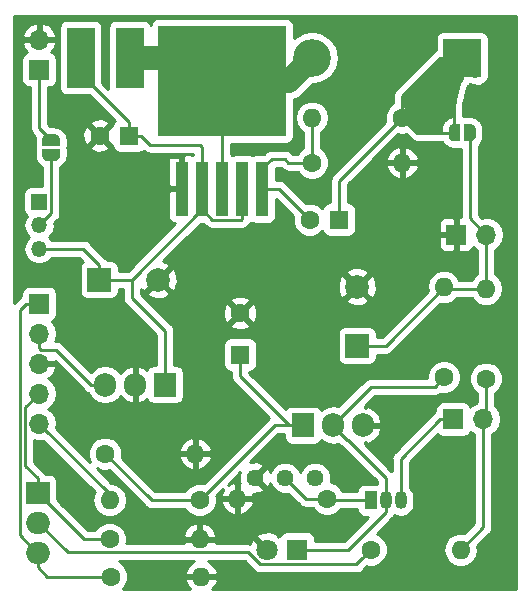
<source format=gbr>
G04 #@! TF.GenerationSoftware,KiCad,Pcbnew,(5.0.2)-1*
G04 #@! TF.CreationDate,2019-03-20T14:53:53-04:00*
G04 #@! TF.ProjectId,_saved__saved_tDCS,5f736176-6564-45f5-9f73-617665645f74,rev?*
G04 #@! TF.SameCoordinates,Original*
G04 #@! TF.FileFunction,Copper,L1,Top*
G04 #@! TF.FilePolarity,Positive*
%FSLAX46Y46*%
G04 Gerber Fmt 4.6, Leading zero omitted, Abs format (unit mm)*
G04 Created by KiCad (PCBNEW (5.0.2)-1) date 3/20/2019 2:53:53 PM*
%MOMM*%
%LPD*%
G01*
G04 APERTURE LIST*
G04 #@! TA.AperFunction,ComponentPad*
%ADD10O,1.600000X1.600000*%
G04 #@! TD*
G04 #@! TA.AperFunction,ComponentPad*
%ADD11C,1.600000*%
G04 #@! TD*
G04 #@! TA.AperFunction,ComponentPad*
%ADD12R,1.700000X1.700000*%
G04 #@! TD*
G04 #@! TA.AperFunction,ComponentPad*
%ADD13O,1.700000X1.700000*%
G04 #@! TD*
G04 #@! TA.AperFunction,ComponentPad*
%ADD14R,1.600000X1.600000*%
G04 #@! TD*
G04 #@! TA.AperFunction,ComponentPad*
%ADD15R,1.800000X1.800000*%
G04 #@! TD*
G04 #@! TA.AperFunction,ComponentPad*
%ADD16C,1.800000*%
G04 #@! TD*
G04 #@! TA.AperFunction,ComponentPad*
%ADD17R,3.200000X3.200000*%
G04 #@! TD*
G04 #@! TA.AperFunction,ComponentPad*
%ADD18O,3.200000X3.200000*%
G04 #@! TD*
G04 #@! TA.AperFunction,SMDPad,CuDef*
%ADD19C,0.500000*%
G04 #@! TD*
G04 #@! TA.AperFunction,Conductor*
%ADD20C,0.100000*%
G04 #@! TD*
G04 #@! TA.AperFunction,SMDPad,CuDef*
%ADD21R,2.350000X5.100000*%
G04 #@! TD*
G04 #@! TA.AperFunction,ComponentPad*
%ADD22O,1.050000X1.500000*%
G04 #@! TD*
G04 #@! TA.AperFunction,ComponentPad*
%ADD23R,1.050000X1.500000*%
G04 #@! TD*
G04 #@! TA.AperFunction,ComponentPad*
%ADD24O,1.905000X2.000000*%
G04 #@! TD*
G04 #@! TA.AperFunction,ComponentPad*
%ADD25R,1.905000X2.000000*%
G04 #@! TD*
G04 #@! TA.AperFunction,ComponentPad*
%ADD26R,2.000000X1.905000*%
G04 #@! TD*
G04 #@! TA.AperFunction,ComponentPad*
%ADD27O,2.000000X1.905000*%
G04 #@! TD*
G04 #@! TA.AperFunction,ComponentPad*
%ADD28R,1.350000X1.350000*%
G04 #@! TD*
G04 #@! TA.AperFunction,ComponentPad*
%ADD29O,1.350000X1.350000*%
G04 #@! TD*
G04 #@! TA.AperFunction,SMDPad,CuDef*
%ADD30R,1.100000X4.600000*%
G04 #@! TD*
G04 #@! TA.AperFunction,SMDPad,CuDef*
%ADD31R,10.800000X9.400000*%
G04 #@! TD*
G04 #@! TA.AperFunction,ComponentPad*
%ADD32R,2.000000X2.000000*%
G04 #@! TD*
G04 #@! TA.AperFunction,ComponentPad*
%ADD33C,2.000000*%
G04 #@! TD*
G04 #@! TA.AperFunction,ComponentPad*
%ADD34C,1.440000*%
G04 #@! TD*
G04 #@! TA.AperFunction,ViaPad*
%ADD35C,0.800000*%
G04 #@! TD*
G04 #@! TA.AperFunction,Conductor*
%ADD36C,0.250000*%
G04 #@! TD*
G04 #@! TA.AperFunction,Conductor*
%ADD37C,2.000000*%
G04 #@! TD*
G04 #@! TA.AperFunction,Conductor*
%ADD38C,0.254000*%
G04 #@! TD*
G04 APERTURE END LIST*
D10*
G04 #@! TO.P,R9,2*
G04 #@! TO.N,Net-(J3-Pad2)*
X89535000Y-121920000D03*
D11*
G04 #@! TO.P,R9,1*
G04 #@! TO.N,Net-(Q3-Pad2)*
X81915000Y-121920000D03*
G04 #@! TD*
G04 #@! TO.P,R6,1*
G04 #@! TO.N,Net-(C5-Pad1)*
X67437000Y-117729000D03*
D10*
G04 #@! TO.P,R6,2*
G04 #@! TO.N,Net-(J1-Pad5)*
X59817000Y-117729000D03*
G04 #@! TD*
D11*
G04 #@! TO.P,R10,1*
G04 #@! TO.N,Net-(C5-Pad1)*
X59436000Y-113792000D03*
D10*
G04 #@! TO.P,R10,2*
G04 #@! TO.N,boostout-*
X67056000Y-113792000D03*
G04 #@! TD*
D12*
G04 #@! TO.P,BT2,1*
G04 #@! TO.N,Net-(BT2-Pad1)*
X53848000Y-81280000D03*
D13*
G04 #@! TO.P,BT2,2*
G04 #@! TO.N,boostout-*
X53848000Y-78740000D03*
G04 #@! TD*
D14*
G04 #@! TO.P,C1,1*
G04 #@! TO.N,+9V*
X61468000Y-86868000D03*
D11*
G04 #@! TO.P,C1,2*
G04 #@! TO.N,boostout-*
X58968000Y-86868000D03*
G04 #@! TD*
D14*
G04 #@! TO.P,C3,1*
G04 #@! TO.N,Net-(C3-Pad1)*
X79248000Y-93980000D03*
D11*
G04 #@! TO.P,C3,2*
G04 #@! TO.N,Net-(C3-Pad2)*
X76748000Y-93980000D03*
G04 #@! TD*
D15*
G04 #@! TO.P,D1,1*
G04 #@! TO.N,Net-(D1-Pad1)*
X75692000Y-121920000D03*
D16*
G04 #@! TO.P,D1,2*
G04 #@! TO.N,boostout-*
X73152000Y-121920000D03*
G04 #@! TD*
D17*
G04 #@! TO.P,D2,1*
G04 #@! TO.N,Net-(C3-Pad1)*
X89662000Y-80264000D03*
D18*
G04 #@! TO.P,D2,2*
G04 #@! TO.N,Net-(D2-Pad2)*
X76962000Y-80264000D03*
G04 #@! TD*
D12*
G04 #@! TO.P,J1,1*
G04 #@! TO.N,Net-(J1-Pad1)*
X53848000Y-101092000D03*
D13*
G04 #@! TO.P,J1,2*
G04 #@! TO.N,+5V*
X53848000Y-103632000D03*
G04 #@! TO.P,J1,3*
G04 #@! TO.N,boostout-*
X53848000Y-106172000D03*
G04 #@! TO.P,J1,4*
G04 #@! TO.N,Net-(J1-Pad4)*
X53848000Y-108712000D03*
G04 #@! TO.P,J1,5*
G04 #@! TO.N,Net-(J1-Pad5)*
X53848000Y-111252000D03*
G04 #@! TD*
G04 #@! TO.P,J2,2*
G04 #@! TO.N,boostout+*
X91694000Y-95250000D03*
D12*
G04 #@! TO.P,J2,1*
G04 #@! TO.N,boostout-*
X89154000Y-95250000D03*
G04 #@! TD*
G04 #@! TO.P,J3,1*
G04 #@! TO.N,Net-(J3-Pad1)*
X88900000Y-110871000D03*
D13*
G04 #@! TO.P,J3,2*
G04 #@! TO.N,Net-(J3-Pad2)*
X91440000Y-110871000D03*
G04 #@! TD*
D19*
G04 #@! TO.P,JP1,1*
G04 #@! TO.N,Net-(BT2-Pad1)*
X54864000Y-87234000D03*
D20*
G04 #@! TD*
G04 #@! TO.N,Net-(BT2-Pad1)*
G04 #@! TO.C,JP1*
G36*
X54114000Y-87734000D02*
X54114000Y-87234000D01*
X54114602Y-87234000D01*
X54114602Y-87209466D01*
X54119412Y-87160635D01*
X54128984Y-87112510D01*
X54143228Y-87065555D01*
X54162005Y-87020222D01*
X54185136Y-86976949D01*
X54212396Y-86936150D01*
X54243524Y-86898221D01*
X54278221Y-86863524D01*
X54316150Y-86832396D01*
X54356949Y-86805136D01*
X54400222Y-86782005D01*
X54445555Y-86763228D01*
X54492510Y-86748984D01*
X54540635Y-86739412D01*
X54589466Y-86734602D01*
X54614000Y-86734602D01*
X54614000Y-86734000D01*
X55114000Y-86734000D01*
X55114000Y-86734602D01*
X55138534Y-86734602D01*
X55187365Y-86739412D01*
X55235490Y-86748984D01*
X55282445Y-86763228D01*
X55327778Y-86782005D01*
X55371051Y-86805136D01*
X55411850Y-86832396D01*
X55449779Y-86863524D01*
X55484476Y-86898221D01*
X55515604Y-86936150D01*
X55542864Y-86976949D01*
X55565995Y-87020222D01*
X55584772Y-87065555D01*
X55599016Y-87112510D01*
X55608588Y-87160635D01*
X55613398Y-87209466D01*
X55613398Y-87234000D01*
X55614000Y-87234000D01*
X55614000Y-87734000D01*
X54114000Y-87734000D01*
X54114000Y-87734000D01*
G37*
D19*
G04 #@! TO.P,JP1,2*
G04 #@! TO.N,Net-(JP1-Pad2)*
X54864000Y-88534000D03*
D20*
G04 #@! TD*
G04 #@! TO.N,Net-(JP1-Pad2)*
G04 #@! TO.C,JP1*
G36*
X55613398Y-88534000D02*
X55613398Y-88558534D01*
X55608588Y-88607365D01*
X55599016Y-88655490D01*
X55584772Y-88702445D01*
X55565995Y-88747778D01*
X55542864Y-88791051D01*
X55515604Y-88831850D01*
X55484476Y-88869779D01*
X55449779Y-88904476D01*
X55411850Y-88935604D01*
X55371051Y-88962864D01*
X55327778Y-88985995D01*
X55282445Y-89004772D01*
X55235490Y-89019016D01*
X55187365Y-89028588D01*
X55138534Y-89033398D01*
X55114000Y-89033398D01*
X55114000Y-89034000D01*
X54614000Y-89034000D01*
X54614000Y-89033398D01*
X54589466Y-89033398D01*
X54540635Y-89028588D01*
X54492510Y-89019016D01*
X54445555Y-89004772D01*
X54400222Y-88985995D01*
X54356949Y-88962864D01*
X54316150Y-88935604D01*
X54278221Y-88904476D01*
X54243524Y-88869779D01*
X54212396Y-88831850D01*
X54185136Y-88791051D01*
X54162005Y-88747778D01*
X54143228Y-88702445D01*
X54128984Y-88655490D01*
X54119412Y-88607365D01*
X54114602Y-88558534D01*
X54114602Y-88534000D01*
X54114000Y-88534000D01*
X54114000Y-88034000D01*
X55614000Y-88034000D01*
X55614000Y-88534000D01*
X55613398Y-88534000D01*
X55613398Y-88534000D01*
G37*
D19*
G04 #@! TO.P,JP2,2*
G04 #@! TO.N,boostout+*
X90312000Y-86614000D03*
D20*
G04 #@! TD*
G04 #@! TO.N,boostout+*
G04 #@! TO.C,JP2*
G36*
X90312000Y-85864602D02*
X90336534Y-85864602D01*
X90385365Y-85869412D01*
X90433490Y-85878984D01*
X90480445Y-85893228D01*
X90525778Y-85912005D01*
X90569051Y-85935136D01*
X90609850Y-85962396D01*
X90647779Y-85993524D01*
X90682476Y-86028221D01*
X90713604Y-86066150D01*
X90740864Y-86106949D01*
X90763995Y-86150222D01*
X90782772Y-86195555D01*
X90797016Y-86242510D01*
X90806588Y-86290635D01*
X90811398Y-86339466D01*
X90811398Y-86364000D01*
X90812000Y-86364000D01*
X90812000Y-86864000D01*
X90811398Y-86864000D01*
X90811398Y-86888534D01*
X90806588Y-86937365D01*
X90797016Y-86985490D01*
X90782772Y-87032445D01*
X90763995Y-87077778D01*
X90740864Y-87121051D01*
X90713604Y-87161850D01*
X90682476Y-87199779D01*
X90647779Y-87234476D01*
X90609850Y-87265604D01*
X90569051Y-87292864D01*
X90525778Y-87315995D01*
X90480445Y-87334772D01*
X90433490Y-87349016D01*
X90385365Y-87358588D01*
X90336534Y-87363398D01*
X90312000Y-87363398D01*
X90312000Y-87364000D01*
X89812000Y-87364000D01*
X89812000Y-85864000D01*
X90312000Y-85864000D01*
X90312000Y-85864602D01*
X90312000Y-85864602D01*
G37*
D19*
G04 #@! TO.P,JP2,1*
G04 #@! TO.N,Net-(C3-Pad1)*
X89012000Y-86614000D03*
D20*
G04 #@! TD*
G04 #@! TO.N,Net-(C3-Pad1)*
G04 #@! TO.C,JP2*
G36*
X89512000Y-87364000D02*
X89012000Y-87364000D01*
X89012000Y-87363398D01*
X88987466Y-87363398D01*
X88938635Y-87358588D01*
X88890510Y-87349016D01*
X88843555Y-87334772D01*
X88798222Y-87315995D01*
X88754949Y-87292864D01*
X88714150Y-87265604D01*
X88676221Y-87234476D01*
X88641524Y-87199779D01*
X88610396Y-87161850D01*
X88583136Y-87121051D01*
X88560005Y-87077778D01*
X88541228Y-87032445D01*
X88526984Y-86985490D01*
X88517412Y-86937365D01*
X88512602Y-86888534D01*
X88512602Y-86864000D01*
X88512000Y-86864000D01*
X88512000Y-86364000D01*
X88512602Y-86364000D01*
X88512602Y-86339466D01*
X88517412Y-86290635D01*
X88526984Y-86242510D01*
X88541228Y-86195555D01*
X88560005Y-86150222D01*
X88583136Y-86106949D01*
X88610396Y-86066150D01*
X88641524Y-86028221D01*
X88676221Y-85993524D01*
X88714150Y-85962396D01*
X88754949Y-85935136D01*
X88798222Y-85912005D01*
X88843555Y-85893228D01*
X88890510Y-85878984D01*
X88938635Y-85869412D01*
X88987466Y-85864602D01*
X89012000Y-85864602D01*
X89012000Y-85864000D01*
X89512000Y-85864000D01*
X89512000Y-87364000D01*
X89512000Y-87364000D01*
G37*
D21*
G04 #@! TO.P,L1,1*
G04 #@! TO.N,+9V*
X57361000Y-80264000D03*
G04 #@! TO.P,L1,2*
G04 #@! TO.N,Net-(D2-Pad2)*
X61511000Y-80264000D03*
G04 #@! TD*
D22*
G04 #@! TO.P,Q1,2*
G04 #@! TO.N,Net-(D1-Pad1)*
X83185000Y-117729000D03*
G04 #@! TO.P,Q1,3*
G04 #@! TO.N,Net-(J3-Pad1)*
X84455000Y-117729000D03*
D23*
G04 #@! TO.P,Q1,1*
G04 #@! TO.N,Net-(Q1-Pad1)*
X81915000Y-117729000D03*
G04 #@! TD*
D24*
G04 #@! TO.P,Q2,3*
G04 #@! TO.N,boostout-*
X81280000Y-111379000D03*
G04 #@! TO.P,Q2,2*
G04 #@! TO.N,Net-(D1-Pad1)*
X78740000Y-111379000D03*
D25*
G04 #@! TO.P,Q2,1*
G04 #@! TO.N,Net-(C5-Pad1)*
X76200000Y-111379000D03*
G04 #@! TD*
D26*
G04 #@! TO.P,Q3,1*
G04 #@! TO.N,Net-(J1-Pad4)*
X53721000Y-117094000D03*
D27*
G04 #@! TO.P,Q3,2*
G04 #@! TO.N,Net-(Q3-Pad2)*
X53721000Y-119634000D03*
G04 #@! TO.P,Q3,3*
G04 #@! TO.N,Net-(J1-Pad1)*
X53721000Y-122174000D03*
G04 #@! TD*
D10*
G04 #@! TO.P,R1,2*
G04 #@! TO.N,boostout+*
X88138000Y-99695000D03*
D11*
G04 #@! TO.P,R1,1*
G04 #@! TO.N,Net-(D1-Pad1)*
X88138000Y-107315000D03*
G04 #@! TD*
D10*
G04 #@! TO.P,R2,2*
G04 #@! TO.N,boostout-*
X70612000Y-117602000D03*
D11*
G04 #@! TO.P,R2,1*
G04 #@! TO.N,Net-(Q1-Pad1)*
X78232000Y-117602000D03*
G04 #@! TD*
G04 #@! TO.P,R3,1*
G04 #@! TO.N,Net-(J3-Pad2)*
X91694000Y-107442000D03*
D10*
G04 #@! TO.P,R3,2*
G04 #@! TO.N,boostout+*
X91694000Y-99822000D03*
G04 #@! TD*
G04 #@! TO.P,R4,2*
G04 #@! TO.N,Net-(C3-Pad2)*
X76962000Y-85344000D03*
D11*
G04 #@! TO.P,R4,1*
G04 #@! TO.N,Net-(C3-Pad1)*
X84582000Y-85344000D03*
G04 #@! TD*
G04 #@! TO.P,R5,1*
G04 #@! TO.N,Net-(C3-Pad2)*
X76962000Y-89154000D03*
D10*
G04 #@! TO.P,R5,2*
G04 #@! TO.N,boostout-*
X84582000Y-89154000D03*
G04 #@! TD*
D11*
G04 #@! TO.P,R7,1*
G04 #@! TO.N,Net-(J1-Pad1)*
X59944000Y-124206000D03*
D10*
G04 #@! TO.P,R7,2*
G04 #@! TO.N,boostout-*
X67564000Y-124206000D03*
G04 #@! TD*
G04 #@! TO.P,R8,2*
G04 #@! TO.N,boostout-*
X67437000Y-121031000D03*
D11*
G04 #@! TO.P,R8,1*
G04 #@! TO.N,Net-(J1-Pad4)*
X59817000Y-121031000D03*
G04 #@! TD*
D28*
G04 #@! TO.P,SW1,1*
G04 #@! TO.N,N/C*
X53848000Y-92456000D03*
D29*
G04 #@! TO.P,SW1,2*
G04 #@! TO.N,Net-(JP1-Pad2)*
X53848000Y-94456000D03*
G04 #@! TO.P,SW1,3*
G04 #@! TO.N,+9V*
X53848000Y-96456000D03*
G04 #@! TD*
D30*
G04 #@! TO.P,U1,1*
G04 #@! TO.N,boostout-*
X65942000Y-91373000D03*
G04 #@! TO.P,U1,2*
G04 #@! TO.N,+9V*
X67642000Y-91373000D03*
G04 #@! TO.P,U1,3*
G04 #@! TO.N,Net-(D2-Pad2)*
X69342000Y-91373000D03*
G04 #@! TO.P,U1,4*
G04 #@! TO.N,+9V*
X71042000Y-91373000D03*
G04 #@! TO.P,U1,5*
G04 #@! TO.N,Net-(C3-Pad2)*
X72742000Y-91373000D03*
D31*
G04 #@! TO.P,U1,3*
G04 #@! TO.N,Net-(D2-Pad2)*
X69342000Y-82223000D03*
G04 #@! TD*
D25*
G04 #@! TO.P,U2,1*
G04 #@! TO.N,+9V*
X64516000Y-107950000D03*
D24*
G04 #@! TO.P,U2,2*
G04 #@! TO.N,boostout-*
X61976000Y-107950000D03*
G04 #@! TO.P,U2,3*
G04 #@! TO.N,+5V*
X59436000Y-107950000D03*
G04 #@! TD*
D32*
G04 #@! TO.P,C2,1*
G04 #@! TO.N,+9V*
X58928000Y-99060000D03*
D33*
G04 #@! TO.P,C2,2*
G04 #@! TO.N,boostout-*
X63928000Y-99060000D03*
G04 #@! TD*
G04 #@! TO.P,C4,2*
G04 #@! TO.N,boostout-*
X80772000Y-99648000D03*
D32*
G04 #@! TO.P,C4,1*
G04 #@! TO.N,boostout+*
X80772000Y-104648000D03*
G04 #@! TD*
D14*
G04 #@! TO.P,C5,1*
G04 #@! TO.N,Net-(C5-Pad1)*
X70866000Y-105410000D03*
D11*
G04 #@! TO.P,C5,2*
G04 #@! TO.N,boostout-*
X70866000Y-101910000D03*
G04 #@! TD*
D34*
G04 #@! TO.P,RV1,3*
G04 #@! TO.N,N/C*
X77216000Y-115824000D03*
G04 #@! TO.P,RV1,2*
G04 #@! TO.N,Net-(Q1-Pad1)*
X74676000Y-115824000D03*
G04 #@! TO.P,RV1,1*
G04 #@! TO.N,boostout-*
X72136000Y-115824000D03*
G04 #@! TD*
D35*
G04 #@! TO.N,boostout-*
X64414400Y-90500200D03*
X64516000Y-91440000D03*
X64312800Y-92430600D03*
X64363600Y-89560400D03*
X64312800Y-93497400D03*
X64541400Y-94437200D03*
X66903600Y-95605600D03*
G04 #@! TD*
D36*
G04 #@! TO.N,+9V*
X61468000Y-85818000D02*
X61468000Y-86868000D01*
X61468000Y-85746000D02*
X61468000Y-85818000D01*
X57361000Y-81639000D02*
X61468000Y-85746000D01*
X57361000Y-80264000D02*
X57361000Y-81639000D01*
X67642000Y-87835000D02*
X67642000Y-91373000D01*
X67437000Y-87630000D02*
X67642000Y-87835000D01*
X63280000Y-87630000D02*
X67437000Y-87630000D01*
X61468000Y-86868000D02*
X62518000Y-86868000D01*
X62518000Y-86868000D02*
X63280000Y-87630000D01*
X68517001Y-93998001D02*
X67642000Y-93123000D01*
X70966999Y-93998001D02*
X68517001Y-93998001D01*
X71042000Y-93923000D02*
X70966999Y-93998001D01*
X71042000Y-91373000D02*
X71042000Y-93923000D01*
X67642000Y-93123000D02*
X67642000Y-91373000D01*
X61705000Y-99060000D02*
X67642000Y-93123000D01*
X58928000Y-99060000D02*
X61705000Y-99060000D01*
X58928000Y-97810000D02*
X58928000Y-99060000D01*
X57574000Y-96456000D02*
X58928000Y-97810000D01*
X53848000Y-96456000D02*
X57574000Y-96456000D01*
X61705000Y-100587000D02*
X61705000Y-99060000D01*
X64516000Y-103398000D02*
X61705000Y-100587000D01*
X64516000Y-107950000D02*
X64516000Y-103398000D01*
G04 #@! TO.N,boostout-*
X65942000Y-88823000D02*
X65765000Y-88646000D01*
X65942000Y-91373000D02*
X65942000Y-88823000D01*
X65765000Y-88646000D02*
X64516000Y-88646000D01*
X64516000Y-88646000D02*
X64516000Y-89916000D01*
X64516000Y-92456000D02*
X63500000Y-92456000D01*
X63500000Y-92456000D02*
X62992000Y-92964000D01*
X64516000Y-92456000D02*
X64516000Y-93472000D01*
X64770000Y-94234000D02*
X65137847Y-94601847D01*
G04 #@! TO.N,Net-(C3-Pad1)*
X89012000Y-85766408D02*
X89012000Y-86614000D01*
X89012000Y-82764000D02*
X89012000Y-85766408D01*
X89662000Y-82114000D02*
X89012000Y-82764000D01*
X89662000Y-80264000D02*
X89662000Y-82114000D01*
X85852000Y-86614000D02*
X89012000Y-86614000D01*
X84582000Y-85344000D02*
X85852000Y-86614000D01*
X79248000Y-90678000D02*
X84582000Y-85344000D01*
X79248000Y-93980000D02*
X79248000Y-90678000D01*
X84582000Y-84212630D02*
X84582000Y-85344000D01*
X84582000Y-83494000D02*
X84582000Y-84212630D01*
X87812000Y-80264000D02*
X84582000Y-83494000D01*
X89662000Y-80264000D02*
X87812000Y-80264000D01*
G04 #@! TO.N,Net-(C3-Pad2)*
X76962000Y-86475370D02*
X76962000Y-89154000D01*
X76962000Y-85344000D02*
X76962000Y-86475370D01*
X72742000Y-89623000D02*
X72742000Y-91373000D01*
X73542000Y-88823000D02*
X72742000Y-89623000D01*
X74630000Y-88823000D02*
X73542000Y-88823000D01*
X74961000Y-89154000D02*
X74630000Y-88823000D01*
X76962000Y-89154000D02*
X74961000Y-89154000D01*
X74141000Y-91373000D02*
X76748000Y-93980000D01*
X72742000Y-91373000D02*
X74141000Y-91373000D01*
G04 #@! TO.N,boostout+*
X90312000Y-93868000D02*
X91694000Y-95250000D01*
X90312000Y-86614000D02*
X90312000Y-93868000D01*
X91694000Y-96452081D02*
X91694000Y-99822000D01*
X91694000Y-95250000D02*
X91694000Y-96452081D01*
X88265000Y-99822000D02*
X88138000Y-99695000D01*
X91694000Y-99822000D02*
X88265000Y-99822000D01*
X83185000Y-104648000D02*
X80772000Y-104648000D01*
X88138000Y-99695000D02*
X83185000Y-104648000D01*
G04 #@! TO.N,Net-(C5-Pad1)*
X63373000Y-117729000D02*
X67437000Y-117729000D01*
X59436000Y-113792000D02*
X63373000Y-117729000D01*
X73787000Y-111379000D02*
X76200000Y-111379000D01*
X67437000Y-117729000D02*
X73787000Y-111379000D01*
X70866000Y-106460000D02*
X70866000Y-105410000D01*
X70866000Y-107247500D02*
X70866000Y-106460000D01*
X74997500Y-111379000D02*
X70866000Y-107247500D01*
X76200000Y-111379000D02*
X74997500Y-111379000D01*
G04 #@! TO.N,Net-(D1-Pad1)*
X78740000Y-111426500D02*
X78740000Y-111379000D01*
X83185000Y-117729000D02*
X83185000Y-115824000D01*
X83185000Y-115824000D02*
X79990000Y-112629000D01*
X79990000Y-112629000D02*
X79942500Y-112629000D01*
X79942500Y-112629000D02*
X78740000Y-111426500D01*
X78740000Y-111331500D02*
X78740000Y-111379000D01*
X81956501Y-108114999D02*
X78740000Y-111331500D01*
X87338001Y-108114999D02*
X81956501Y-108114999D01*
X88138000Y-107315000D02*
X87338001Y-108114999D01*
X83185000Y-118729000D02*
X83185000Y-117729000D01*
X79994000Y-121920000D02*
X83185000Y-118729000D01*
X75692000Y-121920000D02*
X79994000Y-121920000D01*
G04 #@! TO.N,Net-(D2-Pad2)*
X67383000Y-80264000D02*
X69342000Y-82223000D01*
D37*
X61511000Y-80264000D02*
X67383000Y-80264000D01*
D36*
X69342000Y-82223000D02*
X69342000Y-91373000D01*
D37*
X75003000Y-82223000D02*
X76962000Y-80264000D01*
D36*
X69342000Y-82223000D02*
X75003000Y-82223000D01*
G04 #@! TO.N,Net-(J1-Pad1)*
X53721000Y-123376500D02*
X53721000Y-122174000D01*
X54550500Y-124206000D02*
X53721000Y-123376500D01*
X59944000Y-124206000D02*
X54550500Y-124206000D01*
X53673500Y-122174000D02*
X53721000Y-122174000D01*
X52222989Y-120723489D02*
X53673500Y-122174000D01*
X52222989Y-101617011D02*
X52222989Y-120723489D01*
X52748000Y-101092000D02*
X52222989Y-101617011D01*
X53848000Y-101092000D02*
X52748000Y-101092000D01*
G04 #@! TO.N,+5V*
X58233500Y-107950000D02*
X59436000Y-107950000D01*
X55280499Y-104996999D02*
X58233500Y-107950000D01*
X54010918Y-104996999D02*
X55280499Y-104996999D01*
X53848000Y-104834081D02*
X54010918Y-104996999D01*
X53848000Y-103632000D02*
X53848000Y-104834081D01*
G04 #@! TO.N,Net-(J1-Pad4)*
X52672999Y-114843499D02*
X53721000Y-115891500D01*
X52672999Y-109887001D02*
X52672999Y-114843499D01*
X53848000Y-108712000D02*
X52672999Y-109887001D01*
X53721000Y-115891500D02*
X53721000Y-117094000D01*
X53768500Y-117094000D02*
X53721000Y-117094000D01*
X54971000Y-118296500D02*
X53768500Y-117094000D01*
X54971000Y-118344000D02*
X54971000Y-118296500D01*
X57658000Y-121031000D02*
X54971000Y-118344000D01*
X59817000Y-121031000D02*
X57658000Y-121031000D01*
G04 #@! TO.N,Net-(J1-Pad5)*
X59817000Y-117221000D02*
X59817000Y-117729000D01*
X53848000Y-111252000D02*
X59817000Y-117221000D01*
G04 #@! TO.N,Net-(J3-Pad1)*
X87800000Y-110871000D02*
X88900000Y-110871000D01*
X84455000Y-114216000D02*
X87800000Y-110871000D01*
X84455000Y-117729000D02*
X84455000Y-114216000D01*
G04 #@! TO.N,Net-(J3-Pad2)*
X91440000Y-120015000D02*
X91440000Y-110871000D01*
X89535000Y-121920000D02*
X91440000Y-120015000D01*
X91694000Y-110617000D02*
X91440000Y-110871000D01*
X91694000Y-107442000D02*
X91694000Y-110617000D01*
G04 #@! TO.N,Net-(JP1-Pad2)*
X54864000Y-93440000D02*
X53848000Y-94456000D01*
X54864000Y-88534000D02*
X54864000Y-93440000D01*
G04 #@! TO.N,Net-(Q1-Pad1)*
X76454000Y-117602000D02*
X78232000Y-117602000D01*
X74676000Y-115824000D02*
X76454000Y-117602000D01*
X78359000Y-117729000D02*
X78232000Y-117602000D01*
X81915000Y-117729000D02*
X78359000Y-117729000D01*
G04 #@! TO.N,Net-(Q3-Pad2)*
X53721000Y-119634000D02*
X53673500Y-119634000D01*
X81115001Y-122719999D02*
X81915000Y-121920000D01*
X80689999Y-123145001D02*
X81115001Y-122719999D01*
X72563999Y-123145001D02*
X80689999Y-123145001D01*
X71574999Y-122156001D02*
X72563999Y-123145001D01*
X56290501Y-122156001D02*
X71574999Y-122156001D01*
X53768500Y-119634000D02*
X56290501Y-122156001D01*
X53721000Y-119634000D02*
X53768500Y-119634000D01*
G04 #@! TO.N,Net-(BT2-Pad1)*
X53848000Y-86218000D02*
X54864000Y-87234000D01*
X53848000Y-81280000D02*
X53848000Y-86218000D01*
G04 #@! TD*
D38*
G04 #@! TO.N,boostout-*
G36*
X94265001Y-125265000D02*
X68503733Y-125265000D01*
X68795041Y-124943423D01*
X68955904Y-124555039D01*
X68833915Y-124333000D01*
X67691000Y-124333000D01*
X67691000Y-124353000D01*
X67437000Y-124353000D01*
X67437000Y-124333000D01*
X66294085Y-124333000D01*
X66172096Y-124555039D01*
X66332959Y-124943423D01*
X66624267Y-125265000D01*
X60914396Y-125265000D01*
X61160534Y-125018862D01*
X61379000Y-124491439D01*
X61379000Y-123920561D01*
X61160534Y-123393138D01*
X60756862Y-122989466D01*
X60579502Y-122916001D01*
X66999623Y-122916001D01*
X66708866Y-123053611D01*
X66332959Y-123468577D01*
X66172096Y-123856961D01*
X66294085Y-124079000D01*
X67437000Y-124079000D01*
X67437000Y-124059000D01*
X67691000Y-124059000D01*
X67691000Y-124079000D01*
X68833915Y-124079000D01*
X68955904Y-123856961D01*
X68795041Y-123468577D01*
X68419134Y-123053611D01*
X68128377Y-122916001D01*
X71260198Y-122916001D01*
X71973670Y-123629474D01*
X72016070Y-123692930D01*
X72267462Y-123860905D01*
X72489147Y-123905001D01*
X72489151Y-123905001D01*
X72563998Y-123919889D01*
X72638845Y-123905001D01*
X80615152Y-123905001D01*
X80689999Y-123919889D01*
X80764846Y-123905001D01*
X80764851Y-123905001D01*
X80986536Y-123860905D01*
X81237928Y-123692930D01*
X81280330Y-123629471D01*
X81576698Y-123333103D01*
X81629561Y-123355000D01*
X82200439Y-123355000D01*
X82727862Y-123136534D01*
X83131534Y-122732862D01*
X83350000Y-122205439D01*
X83350000Y-121634561D01*
X83131534Y-121107138D01*
X82727862Y-120703466D01*
X82414949Y-120573853D01*
X83669476Y-119319327D01*
X83732929Y-119276929D01*
X83775327Y-119213476D01*
X83775329Y-119213474D01*
X83877941Y-119059904D01*
X83900904Y-119025537D01*
X83909095Y-118984356D01*
X84002392Y-119046695D01*
X84455000Y-119136725D01*
X84907609Y-119046695D01*
X85291313Y-118790313D01*
X85547695Y-118406608D01*
X85615000Y-118068245D01*
X85615000Y-117389754D01*
X85547695Y-117051391D01*
X85291313Y-116667687D01*
X85215000Y-116616697D01*
X85215000Y-114530801D01*
X87582098Y-112163704D01*
X87592191Y-112178809D01*
X87802235Y-112319157D01*
X88050000Y-112368440D01*
X89750000Y-112368440D01*
X89997765Y-112319157D01*
X90207809Y-112178809D01*
X90348157Y-111968765D01*
X90357184Y-111923381D01*
X90369375Y-111941625D01*
X90680001Y-112149179D01*
X90680000Y-119700198D01*
X89858886Y-120521312D01*
X89676333Y-120485000D01*
X89393667Y-120485000D01*
X88975091Y-120568260D01*
X88500423Y-120885423D01*
X88183260Y-121360091D01*
X88071887Y-121920000D01*
X88183260Y-122479909D01*
X88500423Y-122954577D01*
X88975091Y-123271740D01*
X89393667Y-123355000D01*
X89676333Y-123355000D01*
X90094909Y-123271740D01*
X90569577Y-122954577D01*
X90886740Y-122479909D01*
X90998113Y-121920000D01*
X90933688Y-121596114D01*
X91924473Y-120605329D01*
X91987929Y-120562929D01*
X92040000Y-120485000D01*
X92155904Y-120311538D01*
X92174482Y-120218138D01*
X92200000Y-120089852D01*
X92200000Y-120089848D01*
X92214888Y-120015000D01*
X92200000Y-119940152D01*
X92200000Y-112149178D01*
X92510625Y-111941625D01*
X92838839Y-111450418D01*
X92954092Y-110871000D01*
X92838839Y-110291582D01*
X92510625Y-109800375D01*
X92454000Y-109762539D01*
X92454000Y-108680430D01*
X92506862Y-108658534D01*
X92910534Y-108254862D01*
X93129000Y-107727439D01*
X93129000Y-107156561D01*
X92910534Y-106629138D01*
X92506862Y-106225466D01*
X91979439Y-106007000D01*
X91408561Y-106007000D01*
X90881138Y-106225466D01*
X90477466Y-106629138D01*
X90259000Y-107156561D01*
X90259000Y-107727439D01*
X90477466Y-108254862D01*
X90881138Y-108658534D01*
X90934000Y-108680430D01*
X90934001Y-109457557D01*
X90860582Y-109472161D01*
X90369375Y-109800375D01*
X90357184Y-109818619D01*
X90348157Y-109773235D01*
X90207809Y-109563191D01*
X89997765Y-109422843D01*
X89750000Y-109373560D01*
X88050000Y-109373560D01*
X87802235Y-109422843D01*
X87592191Y-109563191D01*
X87451843Y-109773235D01*
X87402560Y-110021000D01*
X87402560Y-110222517D01*
X87315526Y-110280671D01*
X87315524Y-110280673D01*
X87252071Y-110323071D01*
X87209673Y-110386524D01*
X83970528Y-113625671D01*
X83907072Y-113668071D01*
X83864672Y-113731527D01*
X83864671Y-113731528D01*
X83739097Y-113919463D01*
X83680112Y-114216000D01*
X83695001Y-114290852D01*
X83695001Y-115250728D01*
X83669476Y-115233673D01*
X81407002Y-112971201D01*
X81407002Y-112849595D01*
X81652980Y-112969563D01*
X82146924Y-112754973D01*
X82589318Y-112322091D01*
X82832380Y-111752864D01*
X82705572Y-111506000D01*
X81407000Y-111506000D01*
X81407000Y-111526000D01*
X81153000Y-111526000D01*
X81153000Y-111506000D01*
X81133000Y-111506000D01*
X81133000Y-111252000D01*
X81153000Y-111252000D01*
X81153000Y-111232000D01*
X81407000Y-111232000D01*
X81407000Y-111252000D01*
X82705572Y-111252000D01*
X82832380Y-111005136D01*
X82589318Y-110435909D01*
X82146924Y-110003027D01*
X81652980Y-109788437D01*
X81407002Y-109908405D01*
X81407002Y-109744000D01*
X81402302Y-109744000D01*
X82271304Y-108874999D01*
X87263154Y-108874999D01*
X87338001Y-108889887D01*
X87412848Y-108874999D01*
X87412853Y-108874999D01*
X87634538Y-108830903D01*
X87792716Y-108725211D01*
X87852561Y-108750000D01*
X88423439Y-108750000D01*
X88950862Y-108531534D01*
X89354534Y-108127862D01*
X89573000Y-107600439D01*
X89573000Y-107029561D01*
X89354534Y-106502138D01*
X88950862Y-106098466D01*
X88423439Y-105880000D01*
X87852561Y-105880000D01*
X87325138Y-106098466D01*
X86921466Y-106502138D01*
X86703000Y-107029561D01*
X86703000Y-107354999D01*
X82031347Y-107354999D01*
X81956500Y-107340111D01*
X81881653Y-107354999D01*
X81881649Y-107354999D01*
X81659964Y-107399095D01*
X81597403Y-107440897D01*
X81472027Y-107524670D01*
X81472025Y-107524672D01*
X81408572Y-107567070D01*
X81366174Y-107630523D01*
X79193576Y-109803122D01*
X78740000Y-109712900D01*
X78120589Y-109836109D01*
X77728509Y-110098088D01*
X77610309Y-109921191D01*
X77400265Y-109780843D01*
X77152500Y-109731560D01*
X75247500Y-109731560D01*
X74999735Y-109780843D01*
X74789691Y-109921191D01*
X74719516Y-110026214D01*
X71626000Y-106932699D01*
X71626000Y-106857440D01*
X71666000Y-106857440D01*
X71913765Y-106808157D01*
X72123809Y-106667809D01*
X72264157Y-106457765D01*
X72313440Y-106210000D01*
X72313440Y-104610000D01*
X72264157Y-104362235D01*
X72123809Y-104152191D01*
X71913765Y-104011843D01*
X71666000Y-103962560D01*
X70066000Y-103962560D01*
X69818235Y-104011843D01*
X69608191Y-104152191D01*
X69467843Y-104362235D01*
X69418560Y-104610000D01*
X69418560Y-106210000D01*
X69467843Y-106457765D01*
X69608191Y-106667809D01*
X69818235Y-106808157D01*
X70066000Y-106857440D01*
X70106000Y-106857440D01*
X70106000Y-107172653D01*
X70091112Y-107247500D01*
X70106000Y-107322347D01*
X70106000Y-107322351D01*
X70150096Y-107544036D01*
X70318071Y-107795429D01*
X70381530Y-107837831D01*
X73320416Y-110776718D01*
X73239071Y-110831071D01*
X73196672Y-110894526D01*
X67775302Y-116315897D01*
X67722439Y-116294000D01*
X67151561Y-116294000D01*
X66624138Y-116512466D01*
X66220466Y-116916138D01*
X66198570Y-116969000D01*
X63687802Y-116969000D01*
X60859841Y-114141039D01*
X65664096Y-114141039D01*
X65824959Y-114529423D01*
X66200866Y-114944389D01*
X66706959Y-115183914D01*
X66929000Y-115062629D01*
X66929000Y-113919000D01*
X67183000Y-113919000D01*
X67183000Y-115062629D01*
X67405041Y-115183914D01*
X67911134Y-114944389D01*
X68287041Y-114529423D01*
X68447904Y-114141039D01*
X68325915Y-113919000D01*
X67183000Y-113919000D01*
X66929000Y-113919000D01*
X65786085Y-113919000D01*
X65664096Y-114141039D01*
X60859841Y-114141039D01*
X60849103Y-114130302D01*
X60871000Y-114077439D01*
X60871000Y-113506561D01*
X60844656Y-113442961D01*
X65664096Y-113442961D01*
X65786085Y-113665000D01*
X66929000Y-113665000D01*
X66929000Y-112521371D01*
X67183000Y-112521371D01*
X67183000Y-113665000D01*
X68325915Y-113665000D01*
X68447904Y-113442961D01*
X68287041Y-113054577D01*
X67911134Y-112639611D01*
X67405041Y-112400086D01*
X67183000Y-112521371D01*
X66929000Y-112521371D01*
X66706959Y-112400086D01*
X66200866Y-112639611D01*
X65824959Y-113054577D01*
X65664096Y-113442961D01*
X60844656Y-113442961D01*
X60652534Y-112979138D01*
X60248862Y-112575466D01*
X59721439Y-112357000D01*
X59150561Y-112357000D01*
X58623138Y-112575466D01*
X58219466Y-112979138D01*
X58001000Y-113506561D01*
X58001000Y-114077439D01*
X58179728Y-114508927D01*
X55289209Y-111618408D01*
X55362092Y-111252000D01*
X55246839Y-110672582D01*
X54918625Y-110181375D01*
X54620239Y-109982000D01*
X54918625Y-109782625D01*
X55246839Y-109291418D01*
X55362092Y-108712000D01*
X55246839Y-108132582D01*
X54918625Y-107641375D01*
X54599522Y-107428157D01*
X54729358Y-107367183D01*
X55119645Y-106938924D01*
X55289476Y-106528890D01*
X55168155Y-106299000D01*
X53975000Y-106299000D01*
X53975000Y-106319000D01*
X53721000Y-106319000D01*
X53721000Y-106299000D01*
X53701000Y-106299000D01*
X53701000Y-106045000D01*
X53721000Y-106045000D01*
X53721000Y-106025000D01*
X53975000Y-106025000D01*
X53975000Y-106045000D01*
X55168155Y-106045000D01*
X55197705Y-105989006D01*
X57643171Y-108434473D01*
X57685571Y-108497929D01*
X57936963Y-108665904D01*
X57978922Y-108674250D01*
X58291477Y-109142023D01*
X58816589Y-109492891D01*
X59436000Y-109616100D01*
X60055410Y-109492891D01*
X60580523Y-109142023D01*
X60715159Y-108940526D01*
X61109076Y-109325973D01*
X61603020Y-109540563D01*
X61849000Y-109420594D01*
X61849000Y-108077000D01*
X61829000Y-108077000D01*
X61829000Y-107823000D01*
X61849000Y-107823000D01*
X61849000Y-106479406D01*
X61603020Y-106359437D01*
X61109076Y-106574027D01*
X60715159Y-106959474D01*
X60580523Y-106757977D01*
X60055411Y-106407109D01*
X59436000Y-106283900D01*
X58816590Y-106407109D01*
X58291477Y-106757977D01*
X58221303Y-106863001D01*
X55870830Y-104512529D01*
X55828428Y-104449070D01*
X55577036Y-104281095D01*
X55355351Y-104236999D01*
X55355346Y-104236999D01*
X55280499Y-104222111D01*
X55233440Y-104231472D01*
X55246839Y-104211418D01*
X55362092Y-103632000D01*
X55246839Y-103052582D01*
X54918625Y-102561375D01*
X54900381Y-102549184D01*
X54945765Y-102540157D01*
X55155809Y-102399809D01*
X55296157Y-102189765D01*
X55345440Y-101942000D01*
X55345440Y-100242000D01*
X55296157Y-99994235D01*
X55155809Y-99784191D01*
X54945765Y-99643843D01*
X54698000Y-99594560D01*
X52998000Y-99594560D01*
X52750235Y-99643843D01*
X52540191Y-99784191D01*
X52399843Y-99994235D01*
X52350560Y-100242000D01*
X52350560Y-100443517D01*
X52296877Y-100479387D01*
X52200071Y-100544071D01*
X52157671Y-100607528D01*
X51738519Y-101026680D01*
X51735000Y-101029031D01*
X51735000Y-80430000D01*
X52350560Y-80430000D01*
X52350560Y-82130000D01*
X52399843Y-82377765D01*
X52540191Y-82587809D01*
X52750235Y-82728157D01*
X52998000Y-82777440D01*
X53088000Y-82777440D01*
X53088001Y-86143148D01*
X53073112Y-86218000D01*
X53132097Y-86514537D01*
X53248571Y-86688852D01*
X53300072Y-86765929D01*
X53363528Y-86808329D01*
X53504537Y-86949339D01*
X53500530Y-86962549D01*
X53481408Y-87058682D01*
X53468968Y-87184991D01*
X53468968Y-87221894D01*
X53466560Y-87234000D01*
X53466560Y-87734000D01*
X53496397Y-87884000D01*
X53466560Y-88034000D01*
X53466560Y-88534000D01*
X53468968Y-88546106D01*
X53468968Y-88583009D01*
X53481408Y-88709318D01*
X53500530Y-88805451D01*
X53537372Y-88926904D01*
X53574881Y-89017460D01*
X53634713Y-89129397D01*
X53689169Y-89210896D01*
X53769686Y-89309006D01*
X53838994Y-89378314D01*
X53937104Y-89458831D01*
X54018603Y-89513287D01*
X54104000Y-89558933D01*
X54104001Y-91133560D01*
X53173000Y-91133560D01*
X52925235Y-91182843D01*
X52715191Y-91323191D01*
X52574843Y-91533235D01*
X52525560Y-91781000D01*
X52525560Y-93131000D01*
X52574843Y-93378765D01*
X52715191Y-93588809D01*
X52809714Y-93651968D01*
X52614007Y-93944864D01*
X52512336Y-94456000D01*
X52614007Y-94967136D01*
X52903543Y-95400457D01*
X52986669Y-95456000D01*
X52903543Y-95511543D01*
X52614007Y-95944864D01*
X52512336Y-96456000D01*
X52614007Y-96967136D01*
X52903543Y-97400457D01*
X53336864Y-97689993D01*
X53718978Y-97766000D01*
X53977022Y-97766000D01*
X54359136Y-97689993D01*
X54792457Y-97400457D01*
X54915707Y-97216000D01*
X57259199Y-97216000D01*
X57575215Y-97532016D01*
X57470191Y-97602191D01*
X57329843Y-97812235D01*
X57280560Y-98060000D01*
X57280560Y-100060000D01*
X57329843Y-100307765D01*
X57470191Y-100517809D01*
X57680235Y-100658157D01*
X57928000Y-100707440D01*
X59928000Y-100707440D01*
X60175765Y-100658157D01*
X60385809Y-100517809D01*
X60526157Y-100307765D01*
X60575440Y-100060000D01*
X60575440Y-99820000D01*
X60945001Y-99820000D01*
X60945000Y-100512153D01*
X60930112Y-100587000D01*
X60945000Y-100661847D01*
X60945000Y-100661851D01*
X60989096Y-100883536D01*
X61157071Y-101134929D01*
X61220530Y-101177331D01*
X63756001Y-103712804D01*
X63756000Y-106302560D01*
X63563500Y-106302560D01*
X63315735Y-106351843D01*
X63105691Y-106492191D01*
X62968745Y-106697143D01*
X62842924Y-106574027D01*
X62348980Y-106359437D01*
X62103000Y-106479406D01*
X62103000Y-107823000D01*
X62123000Y-107823000D01*
X62123000Y-108077000D01*
X62103000Y-108077000D01*
X62103000Y-109420594D01*
X62348980Y-109540563D01*
X62842924Y-109325973D01*
X62968745Y-109202857D01*
X63105691Y-109407809D01*
X63315735Y-109548157D01*
X63563500Y-109597440D01*
X65468500Y-109597440D01*
X65716265Y-109548157D01*
X65926309Y-109407809D01*
X66066657Y-109197765D01*
X66115940Y-108950000D01*
X66115940Y-106950000D01*
X66066657Y-106702235D01*
X65926309Y-106492191D01*
X65716265Y-106351843D01*
X65468500Y-106302560D01*
X65276000Y-106302560D01*
X65276000Y-103472846D01*
X65290888Y-103397999D01*
X65276000Y-103323152D01*
X65276000Y-103323148D01*
X65231904Y-103101463D01*
X65164483Y-103000560D01*
X65109149Y-102917745D01*
X70037861Y-102917745D01*
X70111995Y-103163864D01*
X70649223Y-103356965D01*
X71219454Y-103329778D01*
X71620005Y-103163864D01*
X71694139Y-102917745D01*
X70866000Y-102089605D01*
X70037861Y-102917745D01*
X65109149Y-102917745D01*
X65106329Y-102913526D01*
X65106327Y-102913524D01*
X65063929Y-102850071D01*
X65000476Y-102807673D01*
X63886026Y-101693223D01*
X69419035Y-101693223D01*
X69446222Y-102263454D01*
X69612136Y-102664005D01*
X69858255Y-102738139D01*
X70686395Y-101910000D01*
X71045605Y-101910000D01*
X71873745Y-102738139D01*
X72119864Y-102664005D01*
X72312965Y-102126777D01*
X72285778Y-101556546D01*
X72119864Y-101155995D01*
X71873745Y-101081861D01*
X71045605Y-101910000D01*
X70686395Y-101910000D01*
X69858255Y-101081861D01*
X69612136Y-101155995D01*
X69419035Y-101693223D01*
X63886026Y-101693223D01*
X63095057Y-100902255D01*
X70037861Y-100902255D01*
X70866000Y-101730395D01*
X71694139Y-100902255D01*
X71663499Y-100800532D01*
X79799073Y-100800532D01*
X79897736Y-101067387D01*
X80507461Y-101293908D01*
X81157460Y-101269856D01*
X81646264Y-101067387D01*
X81744927Y-100800532D01*
X80772000Y-99827605D01*
X79799073Y-100800532D01*
X71663499Y-100800532D01*
X71620005Y-100656136D01*
X71082777Y-100463035D01*
X70512546Y-100490222D01*
X70111995Y-100656136D01*
X70037861Y-100902255D01*
X63095057Y-100902255D01*
X62465000Y-100272199D01*
X62465000Y-100212532D01*
X62955073Y-100212532D01*
X63053736Y-100479387D01*
X63663461Y-100705908D01*
X64313460Y-100681856D01*
X64802264Y-100479387D01*
X64900927Y-100212532D01*
X63928000Y-99239605D01*
X62955073Y-100212532D01*
X62465000Y-100212532D01*
X62465000Y-99828973D01*
X62508613Y-99934264D01*
X62775468Y-100032927D01*
X63748395Y-99060000D01*
X64107605Y-99060000D01*
X65080532Y-100032927D01*
X65347387Y-99934264D01*
X65552017Y-99383461D01*
X79126092Y-99383461D01*
X79150144Y-100033460D01*
X79352613Y-100522264D01*
X79619468Y-100620927D01*
X80592395Y-99648000D01*
X80951605Y-99648000D01*
X81924532Y-100620927D01*
X82191387Y-100522264D01*
X82417908Y-99912539D01*
X82393856Y-99262540D01*
X82191387Y-98773736D01*
X81924532Y-98675073D01*
X80951605Y-99648000D01*
X80592395Y-99648000D01*
X79619468Y-98675073D01*
X79352613Y-98773736D01*
X79126092Y-99383461D01*
X65552017Y-99383461D01*
X65573908Y-99324539D01*
X65549856Y-98674540D01*
X65475683Y-98495468D01*
X79799073Y-98495468D01*
X80772000Y-99468395D01*
X81744927Y-98495468D01*
X81646264Y-98228613D01*
X81036539Y-98002092D01*
X80386540Y-98026144D01*
X79897736Y-98228613D01*
X79799073Y-98495468D01*
X65475683Y-98495468D01*
X65347387Y-98185736D01*
X65080532Y-98087073D01*
X64107605Y-99060000D01*
X63748395Y-99060000D01*
X63734253Y-99045858D01*
X63913858Y-98866253D01*
X63928000Y-98880395D01*
X64900927Y-97907468D01*
X64802264Y-97640613D01*
X64362549Y-97477253D01*
X66304052Y-95535750D01*
X87669000Y-95535750D01*
X87669000Y-96226309D01*
X87765673Y-96459698D01*
X87944301Y-96638327D01*
X88177690Y-96735000D01*
X88868250Y-96735000D01*
X89027000Y-96576250D01*
X89027000Y-95377000D01*
X87827750Y-95377000D01*
X87669000Y-95535750D01*
X66304052Y-95535750D01*
X67519362Y-94320440D01*
X67764638Y-94320440D01*
X67926672Y-94482474D01*
X67969072Y-94545930D01*
X68220464Y-94713905D01*
X68442149Y-94758001D01*
X68442153Y-94758001D01*
X68517000Y-94772889D01*
X68591847Y-94758001D01*
X70892152Y-94758001D01*
X70966999Y-94772889D01*
X71041846Y-94758001D01*
X71041851Y-94758001D01*
X71263536Y-94713905D01*
X71514928Y-94545930D01*
X71544969Y-94500970D01*
X71589929Y-94470929D01*
X71705578Y-94297848D01*
X71839765Y-94271157D01*
X71892000Y-94236254D01*
X71944235Y-94271157D01*
X72192000Y-94320440D01*
X73292000Y-94320440D01*
X73539765Y-94271157D01*
X73749809Y-94130809D01*
X73890157Y-93920765D01*
X73939440Y-93673000D01*
X73939440Y-92246241D01*
X75334897Y-93641698D01*
X75313000Y-93694561D01*
X75313000Y-94265439D01*
X75531466Y-94792862D01*
X75935138Y-95196534D01*
X76462561Y-95415000D01*
X77033439Y-95415000D01*
X77560862Y-95196534D01*
X77829899Y-94927497D01*
X77849843Y-95027765D01*
X77990191Y-95237809D01*
X78200235Y-95378157D01*
X78448000Y-95427440D01*
X80048000Y-95427440D01*
X80295765Y-95378157D01*
X80505809Y-95237809D01*
X80646157Y-95027765D01*
X80695440Y-94780000D01*
X80695440Y-94273691D01*
X87669000Y-94273691D01*
X87669000Y-94964250D01*
X87827750Y-95123000D01*
X89027000Y-95123000D01*
X89027000Y-93923750D01*
X88868250Y-93765000D01*
X88177690Y-93765000D01*
X87944301Y-93861673D01*
X87765673Y-94040302D01*
X87669000Y-94273691D01*
X80695440Y-94273691D01*
X80695440Y-93180000D01*
X80646157Y-92932235D01*
X80505809Y-92722191D01*
X80295765Y-92581843D01*
X80048000Y-92532560D01*
X80008000Y-92532560D01*
X80008000Y-90992801D01*
X81497762Y-89503039D01*
X83190096Y-89503039D01*
X83350959Y-89891423D01*
X83726866Y-90306389D01*
X84232959Y-90545914D01*
X84455000Y-90424629D01*
X84455000Y-89281000D01*
X84709000Y-89281000D01*
X84709000Y-90424629D01*
X84931041Y-90545914D01*
X85437134Y-90306389D01*
X85813041Y-89891423D01*
X85973904Y-89503039D01*
X85851915Y-89281000D01*
X84709000Y-89281000D01*
X84455000Y-89281000D01*
X83312085Y-89281000D01*
X83190096Y-89503039D01*
X81497762Y-89503039D01*
X82195840Y-88804961D01*
X83190096Y-88804961D01*
X83312085Y-89027000D01*
X84455000Y-89027000D01*
X84455000Y-87883371D01*
X84709000Y-87883371D01*
X84709000Y-89027000D01*
X85851915Y-89027000D01*
X85973904Y-88804961D01*
X85813041Y-88416577D01*
X85437134Y-88001611D01*
X84931041Y-87762086D01*
X84709000Y-87883371D01*
X84455000Y-87883371D01*
X84232959Y-87762086D01*
X83726866Y-88001611D01*
X83350959Y-88416577D01*
X83190096Y-88804961D01*
X82195840Y-88804961D01*
X84243698Y-86757104D01*
X84296561Y-86779000D01*
X84867439Y-86779000D01*
X84920302Y-86757103D01*
X85261671Y-87098473D01*
X85304071Y-87161929D01*
X85555463Y-87329904D01*
X85777148Y-87374000D01*
X85777152Y-87374000D01*
X85851999Y-87388888D01*
X85926846Y-87374000D01*
X87987067Y-87374000D01*
X88032713Y-87459397D01*
X88087169Y-87540896D01*
X88167686Y-87639006D01*
X88236994Y-87708314D01*
X88335104Y-87788831D01*
X88416603Y-87843287D01*
X88528540Y-87903119D01*
X88619096Y-87940628D01*
X88740549Y-87977470D01*
X88836682Y-87996592D01*
X88962991Y-88009032D01*
X88999894Y-88009032D01*
X89012000Y-88011440D01*
X89512000Y-88011440D01*
X89552000Y-88003484D01*
X89552001Y-93765000D01*
X89439750Y-93765000D01*
X89281000Y-93923750D01*
X89281000Y-95123000D01*
X89301000Y-95123000D01*
X89301000Y-95377000D01*
X89281000Y-95377000D01*
X89281000Y-96576250D01*
X89439750Y-96735000D01*
X90130310Y-96735000D01*
X90363699Y-96638327D01*
X90542327Y-96459698D01*
X90608904Y-96298967D01*
X90623375Y-96320625D01*
X90934000Y-96528178D01*
X90934001Y-98603956D01*
X90659423Y-98787423D01*
X90475957Y-99062000D01*
X89440902Y-99062000D01*
X89172577Y-98660423D01*
X88697909Y-98343260D01*
X88279333Y-98260000D01*
X87996667Y-98260000D01*
X87578091Y-98343260D01*
X87103423Y-98660423D01*
X86786260Y-99135091D01*
X86674887Y-99695000D01*
X86739312Y-100018886D01*
X82870199Y-103888000D01*
X82419440Y-103888000D01*
X82419440Y-103648000D01*
X82370157Y-103400235D01*
X82229809Y-103190191D01*
X82019765Y-103049843D01*
X81772000Y-103000560D01*
X79772000Y-103000560D01*
X79524235Y-103049843D01*
X79314191Y-103190191D01*
X79173843Y-103400235D01*
X79124560Y-103648000D01*
X79124560Y-105648000D01*
X79173843Y-105895765D01*
X79314191Y-106105809D01*
X79524235Y-106246157D01*
X79772000Y-106295440D01*
X81772000Y-106295440D01*
X82019765Y-106246157D01*
X82229809Y-106105809D01*
X82370157Y-105895765D01*
X82419440Y-105648000D01*
X82419440Y-105408000D01*
X83110153Y-105408000D01*
X83185000Y-105422888D01*
X83259847Y-105408000D01*
X83259852Y-105408000D01*
X83481537Y-105363904D01*
X83732929Y-105195929D01*
X83775331Y-105132470D01*
X87814114Y-101093688D01*
X87996667Y-101130000D01*
X88279333Y-101130000D01*
X88697909Y-101046740D01*
X89172577Y-100729577D01*
X89271185Y-100582000D01*
X90475957Y-100582000D01*
X90659423Y-100856577D01*
X91134091Y-101173740D01*
X91552667Y-101257000D01*
X91835333Y-101257000D01*
X92253909Y-101173740D01*
X92728577Y-100856577D01*
X93045740Y-100381909D01*
X93157113Y-99822000D01*
X93045740Y-99262091D01*
X92728577Y-98787423D01*
X92454000Y-98603957D01*
X92454000Y-96528178D01*
X92764625Y-96320625D01*
X93092839Y-95829418D01*
X93208092Y-95250000D01*
X93092839Y-94670582D01*
X92764625Y-94179375D01*
X92273418Y-93851161D01*
X91840256Y-93765000D01*
X91547744Y-93765000D01*
X91327592Y-93808791D01*
X91072000Y-93553199D01*
X91072000Y-87720629D01*
X91087006Y-87708314D01*
X91156314Y-87639006D01*
X91236831Y-87540896D01*
X91291287Y-87459397D01*
X91351119Y-87347460D01*
X91388628Y-87256904D01*
X91425470Y-87135451D01*
X91444592Y-87039318D01*
X91457032Y-86913009D01*
X91457032Y-86876106D01*
X91459440Y-86864000D01*
X91459440Y-86364000D01*
X91457032Y-86351894D01*
X91457032Y-86314991D01*
X91444592Y-86188682D01*
X91425470Y-86092549D01*
X91388628Y-85971096D01*
X91351119Y-85880540D01*
X91291287Y-85768603D01*
X91236831Y-85687104D01*
X91156314Y-85588994D01*
X91087006Y-85519686D01*
X90988896Y-85439169D01*
X90907397Y-85384713D01*
X90795460Y-85324881D01*
X90704904Y-85287372D01*
X90583451Y-85250530D01*
X90487318Y-85231408D01*
X90361009Y-85218968D01*
X90324106Y-85218968D01*
X90312000Y-85216560D01*
X89812000Y-85216560D01*
X89772000Y-85224516D01*
X89772000Y-84022365D01*
X89781347Y-83928424D01*
X90064648Y-82786153D01*
X90146473Y-82704329D01*
X90209929Y-82661929D01*
X90252924Y-82597582D01*
X90292305Y-82538645D01*
X90908498Y-82628373D01*
X91090195Y-82628562D01*
X91323869Y-82546199D01*
X91391218Y-82485737D01*
X91509765Y-82462157D01*
X91719809Y-82321809D01*
X91860157Y-82111765D01*
X91909440Y-81864000D01*
X91909440Y-78664000D01*
X91860157Y-78416235D01*
X91719809Y-78206191D01*
X91509765Y-78065843D01*
X91262000Y-78016560D01*
X88062000Y-78016560D01*
X87814235Y-78065843D01*
X87604191Y-78206191D01*
X87463843Y-78416235D01*
X87414560Y-78664000D01*
X87414560Y-79615517D01*
X87398789Y-79626055D01*
X87264071Y-79716071D01*
X87221671Y-79779527D01*
X84097530Y-82903669D01*
X84034071Y-82946071D01*
X83866096Y-83197464D01*
X83822000Y-83419149D01*
X83822000Y-83419153D01*
X83807112Y-83494000D01*
X83822000Y-83568847D01*
X83822000Y-84105570D01*
X83769138Y-84127466D01*
X83365466Y-84531138D01*
X83147000Y-85058561D01*
X83147000Y-85629439D01*
X83168896Y-85682302D01*
X78763528Y-90087671D01*
X78700072Y-90130071D01*
X78657672Y-90193527D01*
X78657671Y-90193528D01*
X78532097Y-90381463D01*
X78473112Y-90678000D01*
X78488001Y-90752852D01*
X78488000Y-92532560D01*
X78448000Y-92532560D01*
X78200235Y-92581843D01*
X77990191Y-92722191D01*
X77849843Y-92932235D01*
X77829899Y-93032503D01*
X77560862Y-92763466D01*
X77033439Y-92545000D01*
X76462561Y-92545000D01*
X76409698Y-92566897D01*
X74731331Y-90888530D01*
X74688929Y-90825071D01*
X74437537Y-90657096D01*
X74215852Y-90613000D01*
X74215847Y-90613000D01*
X74141000Y-90598112D01*
X74066153Y-90613000D01*
X73939440Y-90613000D01*
X73939440Y-89583000D01*
X74315199Y-89583000D01*
X74370669Y-89638470D01*
X74413071Y-89701929D01*
X74570718Y-89807266D01*
X74664462Y-89869904D01*
X74712605Y-89879480D01*
X74886148Y-89914000D01*
X74886152Y-89914000D01*
X74961000Y-89928888D01*
X75035848Y-89914000D01*
X75723570Y-89914000D01*
X75745466Y-89966862D01*
X76149138Y-90370534D01*
X76676561Y-90589000D01*
X77247439Y-90589000D01*
X77774862Y-90370534D01*
X78178534Y-89966862D01*
X78397000Y-89439439D01*
X78397000Y-88868561D01*
X78178534Y-88341138D01*
X77774862Y-87937466D01*
X77722000Y-87915570D01*
X77722000Y-86562043D01*
X77996577Y-86378577D01*
X78313740Y-85903909D01*
X78425113Y-85344000D01*
X78313740Y-84784091D01*
X77996577Y-84309423D01*
X77521909Y-83992260D01*
X77103333Y-83909000D01*
X76820667Y-83909000D01*
X76402091Y-83992260D01*
X75927423Y-84309423D01*
X75610260Y-84784091D01*
X75498887Y-85344000D01*
X75610260Y-85903909D01*
X75927423Y-86378577D01*
X76202000Y-86562044D01*
X76202001Y-87915570D01*
X76149138Y-87937466D01*
X75745466Y-88341138D01*
X75723570Y-88394000D01*
X75275801Y-88394000D01*
X75220331Y-88338530D01*
X75177929Y-88275071D01*
X74926537Y-88107096D01*
X74704852Y-88063000D01*
X74704847Y-88063000D01*
X74630000Y-88048112D01*
X74555153Y-88063000D01*
X73616848Y-88063000D01*
X73542000Y-88048112D01*
X73467152Y-88063000D01*
X73467148Y-88063000D01*
X73293605Y-88097520D01*
X73245462Y-88107096D01*
X73139454Y-88177929D01*
X72994071Y-88275071D01*
X72951671Y-88338527D01*
X72864638Y-88425560D01*
X72192000Y-88425560D01*
X71944235Y-88474843D01*
X71892000Y-88509746D01*
X71839765Y-88474843D01*
X71592000Y-88425560D01*
X70492000Y-88425560D01*
X70244235Y-88474843D01*
X70192000Y-88509746D01*
X70139765Y-88474843D01*
X70102000Y-88467331D01*
X70102000Y-87570440D01*
X74742000Y-87570440D01*
X74989765Y-87521157D01*
X75199809Y-87380809D01*
X75340157Y-87170765D01*
X75389440Y-86923000D01*
X75389440Y-83813163D01*
X75640945Y-83763135D01*
X76045253Y-83492985D01*
X77039238Y-82499000D01*
X77182128Y-82499000D01*
X77834054Y-82369324D01*
X78573345Y-81875345D01*
X79067324Y-81136054D01*
X79240786Y-80264000D01*
X79067324Y-79391946D01*
X78573345Y-78652655D01*
X77834054Y-78158676D01*
X77182128Y-78029000D01*
X76741872Y-78029000D01*
X76089946Y-78158676D01*
X75389440Y-78626740D01*
X75389440Y-77523000D01*
X75340157Y-77275235D01*
X75199809Y-77065191D01*
X74989765Y-76924843D01*
X74742000Y-76875560D01*
X63942000Y-76875560D01*
X63694235Y-76924843D01*
X63484191Y-77065191D01*
X63343843Y-77275235D01*
X63295004Y-77520767D01*
X63284157Y-77466235D01*
X63143809Y-77256191D01*
X62933765Y-77115843D01*
X62686000Y-77066560D01*
X60336000Y-77066560D01*
X60088235Y-77115843D01*
X59878191Y-77256191D01*
X59737843Y-77466235D01*
X59688560Y-77714000D01*
X59688560Y-82814000D01*
X59707867Y-82911066D01*
X59183440Y-82386639D01*
X59183440Y-77714000D01*
X59134157Y-77466235D01*
X58993809Y-77256191D01*
X58783765Y-77115843D01*
X58536000Y-77066560D01*
X56186000Y-77066560D01*
X55938235Y-77115843D01*
X55728191Y-77256191D01*
X55587843Y-77466235D01*
X55538560Y-77714000D01*
X55538560Y-82814000D01*
X55587843Y-83061765D01*
X55728191Y-83271809D01*
X55938235Y-83412157D01*
X56186000Y-83461440D01*
X58108639Y-83461440D01*
X60238484Y-85591286D01*
X60210191Y-85610191D01*
X60069843Y-85820235D01*
X60023307Y-86054187D01*
X59975745Y-86039861D01*
X59147605Y-86868000D01*
X59975745Y-87696139D01*
X60023307Y-87681813D01*
X60069843Y-87915765D01*
X60210191Y-88125809D01*
X60420235Y-88266157D01*
X60668000Y-88315440D01*
X62268000Y-88315440D01*
X62515765Y-88266157D01*
X62706062Y-88139004D01*
X62732071Y-88177929D01*
X62795527Y-88220329D01*
X62983462Y-88345904D01*
X63031605Y-88355480D01*
X63205148Y-88390000D01*
X63205152Y-88390000D01*
X63280000Y-88404888D01*
X63354848Y-88390000D01*
X66882000Y-88390000D01*
X66882000Y-88467331D01*
X66844235Y-88474843D01*
X66791816Y-88509869D01*
X66618310Y-88438000D01*
X66227750Y-88438000D01*
X66069000Y-88596750D01*
X66069000Y-91246000D01*
X66089000Y-91246000D01*
X66089000Y-91500000D01*
X66069000Y-91500000D01*
X66069000Y-91520000D01*
X65815000Y-91520000D01*
X65815000Y-91500000D01*
X64915750Y-91500000D01*
X64757000Y-91658750D01*
X64757000Y-93799309D01*
X64853673Y-94032698D01*
X65032301Y-94211327D01*
X65265690Y-94308000D01*
X65382198Y-94308000D01*
X61390199Y-98300000D01*
X60575440Y-98300000D01*
X60575440Y-98060000D01*
X60526157Y-97812235D01*
X60385809Y-97602191D01*
X60175765Y-97461843D01*
X59928000Y-97412560D01*
X59576483Y-97412560D01*
X59475929Y-97262071D01*
X59412473Y-97219671D01*
X58164331Y-95971530D01*
X58121929Y-95908071D01*
X57870537Y-95740096D01*
X57648852Y-95696000D01*
X57648847Y-95696000D01*
X57574000Y-95681112D01*
X57499153Y-95696000D01*
X54915707Y-95696000D01*
X54792457Y-95511543D01*
X54709331Y-95456000D01*
X54792457Y-95400457D01*
X55081993Y-94967136D01*
X55183664Y-94456000D01*
X55140384Y-94238417D01*
X55348473Y-94030329D01*
X55411929Y-93987929D01*
X55579904Y-93736537D01*
X55624000Y-93514852D01*
X55624000Y-93514847D01*
X55638888Y-93440000D01*
X55624000Y-93365153D01*
X55624000Y-89558933D01*
X55709397Y-89513287D01*
X55790896Y-89458831D01*
X55889006Y-89378314D01*
X55958314Y-89309006D01*
X56038831Y-89210896D01*
X56093287Y-89129397D01*
X56153119Y-89017460D01*
X56182432Y-88946691D01*
X64757000Y-88946691D01*
X64757000Y-91087250D01*
X64915750Y-91246000D01*
X65815000Y-91246000D01*
X65815000Y-88596750D01*
X65656250Y-88438000D01*
X65265690Y-88438000D01*
X65032301Y-88534673D01*
X64853673Y-88713302D01*
X64757000Y-88946691D01*
X56182432Y-88946691D01*
X56190628Y-88926904D01*
X56227470Y-88805451D01*
X56246592Y-88709318D01*
X56259032Y-88583009D01*
X56259032Y-88546106D01*
X56261440Y-88534000D01*
X56261440Y-88034000D01*
X56231603Y-87884000D01*
X56233245Y-87875745D01*
X58139861Y-87875745D01*
X58213995Y-88121864D01*
X58751223Y-88314965D01*
X59321454Y-88287778D01*
X59722005Y-88121864D01*
X59796139Y-87875745D01*
X58968000Y-87047605D01*
X58139861Y-87875745D01*
X56233245Y-87875745D01*
X56261440Y-87734000D01*
X56261440Y-87234000D01*
X56259032Y-87221894D01*
X56259032Y-87184991D01*
X56246592Y-87058682D01*
X56227470Y-86962549D01*
X56190628Y-86841096D01*
X56153119Y-86750540D01*
X56100033Y-86651223D01*
X57521035Y-86651223D01*
X57548222Y-87221454D01*
X57714136Y-87622005D01*
X57960255Y-87696139D01*
X58788395Y-86868000D01*
X57960255Y-86039861D01*
X57714136Y-86113995D01*
X57521035Y-86651223D01*
X56100033Y-86651223D01*
X56093287Y-86638603D01*
X56038831Y-86557104D01*
X55958314Y-86458994D01*
X55889006Y-86389686D01*
X55790896Y-86309169D01*
X55709397Y-86254713D01*
X55597460Y-86194881D01*
X55506904Y-86157372D01*
X55385451Y-86120530D01*
X55289318Y-86101408D01*
X55163009Y-86088968D01*
X55126106Y-86088968D01*
X55114000Y-86086560D01*
X54791361Y-86086560D01*
X54608000Y-85903199D01*
X54608000Y-85860255D01*
X58139861Y-85860255D01*
X58968000Y-86688395D01*
X59796139Y-85860255D01*
X59722005Y-85614136D01*
X59184777Y-85421035D01*
X58614546Y-85448222D01*
X58213995Y-85614136D01*
X58139861Y-85860255D01*
X54608000Y-85860255D01*
X54608000Y-82777440D01*
X54698000Y-82777440D01*
X54945765Y-82728157D01*
X55155809Y-82587809D01*
X55296157Y-82377765D01*
X55345440Y-82130000D01*
X55345440Y-80430000D01*
X55296157Y-80182235D01*
X55155809Y-79972191D01*
X54945765Y-79831843D01*
X54842292Y-79811261D01*
X55119645Y-79506924D01*
X55289476Y-79096890D01*
X55168155Y-78867000D01*
X53975000Y-78867000D01*
X53975000Y-78887000D01*
X53721000Y-78887000D01*
X53721000Y-78867000D01*
X52527845Y-78867000D01*
X52406524Y-79096890D01*
X52576355Y-79506924D01*
X52853708Y-79811261D01*
X52750235Y-79831843D01*
X52540191Y-79972191D01*
X52399843Y-80182235D01*
X52350560Y-80430000D01*
X51735000Y-80430000D01*
X51735000Y-78383110D01*
X52406524Y-78383110D01*
X52527845Y-78613000D01*
X53721000Y-78613000D01*
X53721000Y-77419181D01*
X53975000Y-77419181D01*
X53975000Y-78613000D01*
X55168155Y-78613000D01*
X55289476Y-78383110D01*
X55119645Y-77973076D01*
X54729358Y-77544817D01*
X54204892Y-77298514D01*
X53975000Y-77419181D01*
X53721000Y-77419181D01*
X53491108Y-77298514D01*
X52966642Y-77544817D01*
X52576355Y-77973076D01*
X52406524Y-78383110D01*
X51735000Y-78383110D01*
X51735000Y-76735000D01*
X94265000Y-76735000D01*
X94265001Y-125265000D01*
X94265001Y-125265000D01*
G37*
X94265001Y-125265000D02*
X68503733Y-125265000D01*
X68795041Y-124943423D01*
X68955904Y-124555039D01*
X68833915Y-124333000D01*
X67691000Y-124333000D01*
X67691000Y-124353000D01*
X67437000Y-124353000D01*
X67437000Y-124333000D01*
X66294085Y-124333000D01*
X66172096Y-124555039D01*
X66332959Y-124943423D01*
X66624267Y-125265000D01*
X60914396Y-125265000D01*
X61160534Y-125018862D01*
X61379000Y-124491439D01*
X61379000Y-123920561D01*
X61160534Y-123393138D01*
X60756862Y-122989466D01*
X60579502Y-122916001D01*
X66999623Y-122916001D01*
X66708866Y-123053611D01*
X66332959Y-123468577D01*
X66172096Y-123856961D01*
X66294085Y-124079000D01*
X67437000Y-124079000D01*
X67437000Y-124059000D01*
X67691000Y-124059000D01*
X67691000Y-124079000D01*
X68833915Y-124079000D01*
X68955904Y-123856961D01*
X68795041Y-123468577D01*
X68419134Y-123053611D01*
X68128377Y-122916001D01*
X71260198Y-122916001D01*
X71973670Y-123629474D01*
X72016070Y-123692930D01*
X72267462Y-123860905D01*
X72489147Y-123905001D01*
X72489151Y-123905001D01*
X72563998Y-123919889D01*
X72638845Y-123905001D01*
X80615152Y-123905001D01*
X80689999Y-123919889D01*
X80764846Y-123905001D01*
X80764851Y-123905001D01*
X80986536Y-123860905D01*
X81237928Y-123692930D01*
X81280330Y-123629471D01*
X81576698Y-123333103D01*
X81629561Y-123355000D01*
X82200439Y-123355000D01*
X82727862Y-123136534D01*
X83131534Y-122732862D01*
X83350000Y-122205439D01*
X83350000Y-121634561D01*
X83131534Y-121107138D01*
X82727862Y-120703466D01*
X82414949Y-120573853D01*
X83669476Y-119319327D01*
X83732929Y-119276929D01*
X83775327Y-119213476D01*
X83775329Y-119213474D01*
X83877941Y-119059904D01*
X83900904Y-119025537D01*
X83909095Y-118984356D01*
X84002392Y-119046695D01*
X84455000Y-119136725D01*
X84907609Y-119046695D01*
X85291313Y-118790313D01*
X85547695Y-118406608D01*
X85615000Y-118068245D01*
X85615000Y-117389754D01*
X85547695Y-117051391D01*
X85291313Y-116667687D01*
X85215000Y-116616697D01*
X85215000Y-114530801D01*
X87582098Y-112163704D01*
X87592191Y-112178809D01*
X87802235Y-112319157D01*
X88050000Y-112368440D01*
X89750000Y-112368440D01*
X89997765Y-112319157D01*
X90207809Y-112178809D01*
X90348157Y-111968765D01*
X90357184Y-111923381D01*
X90369375Y-111941625D01*
X90680001Y-112149179D01*
X90680000Y-119700198D01*
X89858886Y-120521312D01*
X89676333Y-120485000D01*
X89393667Y-120485000D01*
X88975091Y-120568260D01*
X88500423Y-120885423D01*
X88183260Y-121360091D01*
X88071887Y-121920000D01*
X88183260Y-122479909D01*
X88500423Y-122954577D01*
X88975091Y-123271740D01*
X89393667Y-123355000D01*
X89676333Y-123355000D01*
X90094909Y-123271740D01*
X90569577Y-122954577D01*
X90886740Y-122479909D01*
X90998113Y-121920000D01*
X90933688Y-121596114D01*
X91924473Y-120605329D01*
X91987929Y-120562929D01*
X92040000Y-120485000D01*
X92155904Y-120311538D01*
X92174482Y-120218138D01*
X92200000Y-120089852D01*
X92200000Y-120089848D01*
X92214888Y-120015000D01*
X92200000Y-119940152D01*
X92200000Y-112149178D01*
X92510625Y-111941625D01*
X92838839Y-111450418D01*
X92954092Y-110871000D01*
X92838839Y-110291582D01*
X92510625Y-109800375D01*
X92454000Y-109762539D01*
X92454000Y-108680430D01*
X92506862Y-108658534D01*
X92910534Y-108254862D01*
X93129000Y-107727439D01*
X93129000Y-107156561D01*
X92910534Y-106629138D01*
X92506862Y-106225466D01*
X91979439Y-106007000D01*
X91408561Y-106007000D01*
X90881138Y-106225466D01*
X90477466Y-106629138D01*
X90259000Y-107156561D01*
X90259000Y-107727439D01*
X90477466Y-108254862D01*
X90881138Y-108658534D01*
X90934000Y-108680430D01*
X90934001Y-109457557D01*
X90860582Y-109472161D01*
X90369375Y-109800375D01*
X90357184Y-109818619D01*
X90348157Y-109773235D01*
X90207809Y-109563191D01*
X89997765Y-109422843D01*
X89750000Y-109373560D01*
X88050000Y-109373560D01*
X87802235Y-109422843D01*
X87592191Y-109563191D01*
X87451843Y-109773235D01*
X87402560Y-110021000D01*
X87402560Y-110222517D01*
X87315526Y-110280671D01*
X87315524Y-110280673D01*
X87252071Y-110323071D01*
X87209673Y-110386524D01*
X83970528Y-113625671D01*
X83907072Y-113668071D01*
X83864672Y-113731527D01*
X83864671Y-113731528D01*
X83739097Y-113919463D01*
X83680112Y-114216000D01*
X83695001Y-114290852D01*
X83695001Y-115250728D01*
X83669476Y-115233673D01*
X81407002Y-112971201D01*
X81407002Y-112849595D01*
X81652980Y-112969563D01*
X82146924Y-112754973D01*
X82589318Y-112322091D01*
X82832380Y-111752864D01*
X82705572Y-111506000D01*
X81407000Y-111506000D01*
X81407000Y-111526000D01*
X81153000Y-111526000D01*
X81153000Y-111506000D01*
X81133000Y-111506000D01*
X81133000Y-111252000D01*
X81153000Y-111252000D01*
X81153000Y-111232000D01*
X81407000Y-111232000D01*
X81407000Y-111252000D01*
X82705572Y-111252000D01*
X82832380Y-111005136D01*
X82589318Y-110435909D01*
X82146924Y-110003027D01*
X81652980Y-109788437D01*
X81407002Y-109908405D01*
X81407002Y-109744000D01*
X81402302Y-109744000D01*
X82271304Y-108874999D01*
X87263154Y-108874999D01*
X87338001Y-108889887D01*
X87412848Y-108874999D01*
X87412853Y-108874999D01*
X87634538Y-108830903D01*
X87792716Y-108725211D01*
X87852561Y-108750000D01*
X88423439Y-108750000D01*
X88950862Y-108531534D01*
X89354534Y-108127862D01*
X89573000Y-107600439D01*
X89573000Y-107029561D01*
X89354534Y-106502138D01*
X88950862Y-106098466D01*
X88423439Y-105880000D01*
X87852561Y-105880000D01*
X87325138Y-106098466D01*
X86921466Y-106502138D01*
X86703000Y-107029561D01*
X86703000Y-107354999D01*
X82031347Y-107354999D01*
X81956500Y-107340111D01*
X81881653Y-107354999D01*
X81881649Y-107354999D01*
X81659964Y-107399095D01*
X81597403Y-107440897D01*
X81472027Y-107524670D01*
X81472025Y-107524672D01*
X81408572Y-107567070D01*
X81366174Y-107630523D01*
X79193576Y-109803122D01*
X78740000Y-109712900D01*
X78120589Y-109836109D01*
X77728509Y-110098088D01*
X77610309Y-109921191D01*
X77400265Y-109780843D01*
X77152500Y-109731560D01*
X75247500Y-109731560D01*
X74999735Y-109780843D01*
X74789691Y-109921191D01*
X74719516Y-110026214D01*
X71626000Y-106932699D01*
X71626000Y-106857440D01*
X71666000Y-106857440D01*
X71913765Y-106808157D01*
X72123809Y-106667809D01*
X72264157Y-106457765D01*
X72313440Y-106210000D01*
X72313440Y-104610000D01*
X72264157Y-104362235D01*
X72123809Y-104152191D01*
X71913765Y-104011843D01*
X71666000Y-103962560D01*
X70066000Y-103962560D01*
X69818235Y-104011843D01*
X69608191Y-104152191D01*
X69467843Y-104362235D01*
X69418560Y-104610000D01*
X69418560Y-106210000D01*
X69467843Y-106457765D01*
X69608191Y-106667809D01*
X69818235Y-106808157D01*
X70066000Y-106857440D01*
X70106000Y-106857440D01*
X70106000Y-107172653D01*
X70091112Y-107247500D01*
X70106000Y-107322347D01*
X70106000Y-107322351D01*
X70150096Y-107544036D01*
X70318071Y-107795429D01*
X70381530Y-107837831D01*
X73320416Y-110776718D01*
X73239071Y-110831071D01*
X73196672Y-110894526D01*
X67775302Y-116315897D01*
X67722439Y-116294000D01*
X67151561Y-116294000D01*
X66624138Y-116512466D01*
X66220466Y-116916138D01*
X66198570Y-116969000D01*
X63687802Y-116969000D01*
X60859841Y-114141039D01*
X65664096Y-114141039D01*
X65824959Y-114529423D01*
X66200866Y-114944389D01*
X66706959Y-115183914D01*
X66929000Y-115062629D01*
X66929000Y-113919000D01*
X67183000Y-113919000D01*
X67183000Y-115062629D01*
X67405041Y-115183914D01*
X67911134Y-114944389D01*
X68287041Y-114529423D01*
X68447904Y-114141039D01*
X68325915Y-113919000D01*
X67183000Y-113919000D01*
X66929000Y-113919000D01*
X65786085Y-113919000D01*
X65664096Y-114141039D01*
X60859841Y-114141039D01*
X60849103Y-114130302D01*
X60871000Y-114077439D01*
X60871000Y-113506561D01*
X60844656Y-113442961D01*
X65664096Y-113442961D01*
X65786085Y-113665000D01*
X66929000Y-113665000D01*
X66929000Y-112521371D01*
X67183000Y-112521371D01*
X67183000Y-113665000D01*
X68325915Y-113665000D01*
X68447904Y-113442961D01*
X68287041Y-113054577D01*
X67911134Y-112639611D01*
X67405041Y-112400086D01*
X67183000Y-112521371D01*
X66929000Y-112521371D01*
X66706959Y-112400086D01*
X66200866Y-112639611D01*
X65824959Y-113054577D01*
X65664096Y-113442961D01*
X60844656Y-113442961D01*
X60652534Y-112979138D01*
X60248862Y-112575466D01*
X59721439Y-112357000D01*
X59150561Y-112357000D01*
X58623138Y-112575466D01*
X58219466Y-112979138D01*
X58001000Y-113506561D01*
X58001000Y-114077439D01*
X58179728Y-114508927D01*
X55289209Y-111618408D01*
X55362092Y-111252000D01*
X55246839Y-110672582D01*
X54918625Y-110181375D01*
X54620239Y-109982000D01*
X54918625Y-109782625D01*
X55246839Y-109291418D01*
X55362092Y-108712000D01*
X55246839Y-108132582D01*
X54918625Y-107641375D01*
X54599522Y-107428157D01*
X54729358Y-107367183D01*
X55119645Y-106938924D01*
X55289476Y-106528890D01*
X55168155Y-106299000D01*
X53975000Y-106299000D01*
X53975000Y-106319000D01*
X53721000Y-106319000D01*
X53721000Y-106299000D01*
X53701000Y-106299000D01*
X53701000Y-106045000D01*
X53721000Y-106045000D01*
X53721000Y-106025000D01*
X53975000Y-106025000D01*
X53975000Y-106045000D01*
X55168155Y-106045000D01*
X55197705Y-105989006D01*
X57643171Y-108434473D01*
X57685571Y-108497929D01*
X57936963Y-108665904D01*
X57978922Y-108674250D01*
X58291477Y-109142023D01*
X58816589Y-109492891D01*
X59436000Y-109616100D01*
X60055410Y-109492891D01*
X60580523Y-109142023D01*
X60715159Y-108940526D01*
X61109076Y-109325973D01*
X61603020Y-109540563D01*
X61849000Y-109420594D01*
X61849000Y-108077000D01*
X61829000Y-108077000D01*
X61829000Y-107823000D01*
X61849000Y-107823000D01*
X61849000Y-106479406D01*
X61603020Y-106359437D01*
X61109076Y-106574027D01*
X60715159Y-106959474D01*
X60580523Y-106757977D01*
X60055411Y-106407109D01*
X59436000Y-106283900D01*
X58816590Y-106407109D01*
X58291477Y-106757977D01*
X58221303Y-106863001D01*
X55870830Y-104512529D01*
X55828428Y-104449070D01*
X55577036Y-104281095D01*
X55355351Y-104236999D01*
X55355346Y-104236999D01*
X55280499Y-104222111D01*
X55233440Y-104231472D01*
X55246839Y-104211418D01*
X55362092Y-103632000D01*
X55246839Y-103052582D01*
X54918625Y-102561375D01*
X54900381Y-102549184D01*
X54945765Y-102540157D01*
X55155809Y-102399809D01*
X55296157Y-102189765D01*
X55345440Y-101942000D01*
X55345440Y-100242000D01*
X55296157Y-99994235D01*
X55155809Y-99784191D01*
X54945765Y-99643843D01*
X54698000Y-99594560D01*
X52998000Y-99594560D01*
X52750235Y-99643843D01*
X52540191Y-99784191D01*
X52399843Y-99994235D01*
X52350560Y-100242000D01*
X52350560Y-100443517D01*
X52296877Y-100479387D01*
X52200071Y-100544071D01*
X52157671Y-100607528D01*
X51738519Y-101026680D01*
X51735000Y-101029031D01*
X51735000Y-80430000D01*
X52350560Y-80430000D01*
X52350560Y-82130000D01*
X52399843Y-82377765D01*
X52540191Y-82587809D01*
X52750235Y-82728157D01*
X52998000Y-82777440D01*
X53088000Y-82777440D01*
X53088001Y-86143148D01*
X53073112Y-86218000D01*
X53132097Y-86514537D01*
X53248571Y-86688852D01*
X53300072Y-86765929D01*
X53363528Y-86808329D01*
X53504537Y-86949339D01*
X53500530Y-86962549D01*
X53481408Y-87058682D01*
X53468968Y-87184991D01*
X53468968Y-87221894D01*
X53466560Y-87234000D01*
X53466560Y-87734000D01*
X53496397Y-87884000D01*
X53466560Y-88034000D01*
X53466560Y-88534000D01*
X53468968Y-88546106D01*
X53468968Y-88583009D01*
X53481408Y-88709318D01*
X53500530Y-88805451D01*
X53537372Y-88926904D01*
X53574881Y-89017460D01*
X53634713Y-89129397D01*
X53689169Y-89210896D01*
X53769686Y-89309006D01*
X53838994Y-89378314D01*
X53937104Y-89458831D01*
X54018603Y-89513287D01*
X54104000Y-89558933D01*
X54104001Y-91133560D01*
X53173000Y-91133560D01*
X52925235Y-91182843D01*
X52715191Y-91323191D01*
X52574843Y-91533235D01*
X52525560Y-91781000D01*
X52525560Y-93131000D01*
X52574843Y-93378765D01*
X52715191Y-93588809D01*
X52809714Y-93651968D01*
X52614007Y-93944864D01*
X52512336Y-94456000D01*
X52614007Y-94967136D01*
X52903543Y-95400457D01*
X52986669Y-95456000D01*
X52903543Y-95511543D01*
X52614007Y-95944864D01*
X52512336Y-96456000D01*
X52614007Y-96967136D01*
X52903543Y-97400457D01*
X53336864Y-97689993D01*
X53718978Y-97766000D01*
X53977022Y-97766000D01*
X54359136Y-97689993D01*
X54792457Y-97400457D01*
X54915707Y-97216000D01*
X57259199Y-97216000D01*
X57575215Y-97532016D01*
X57470191Y-97602191D01*
X57329843Y-97812235D01*
X57280560Y-98060000D01*
X57280560Y-100060000D01*
X57329843Y-100307765D01*
X57470191Y-100517809D01*
X57680235Y-100658157D01*
X57928000Y-100707440D01*
X59928000Y-100707440D01*
X60175765Y-100658157D01*
X60385809Y-100517809D01*
X60526157Y-100307765D01*
X60575440Y-100060000D01*
X60575440Y-99820000D01*
X60945001Y-99820000D01*
X60945000Y-100512153D01*
X60930112Y-100587000D01*
X60945000Y-100661847D01*
X60945000Y-100661851D01*
X60989096Y-100883536D01*
X61157071Y-101134929D01*
X61220530Y-101177331D01*
X63756001Y-103712804D01*
X63756000Y-106302560D01*
X63563500Y-106302560D01*
X63315735Y-106351843D01*
X63105691Y-106492191D01*
X62968745Y-106697143D01*
X62842924Y-106574027D01*
X62348980Y-106359437D01*
X62103000Y-106479406D01*
X62103000Y-107823000D01*
X62123000Y-107823000D01*
X62123000Y-108077000D01*
X62103000Y-108077000D01*
X62103000Y-109420594D01*
X62348980Y-109540563D01*
X62842924Y-109325973D01*
X62968745Y-109202857D01*
X63105691Y-109407809D01*
X63315735Y-109548157D01*
X63563500Y-109597440D01*
X65468500Y-109597440D01*
X65716265Y-109548157D01*
X65926309Y-109407809D01*
X66066657Y-109197765D01*
X66115940Y-108950000D01*
X66115940Y-106950000D01*
X66066657Y-106702235D01*
X65926309Y-106492191D01*
X65716265Y-106351843D01*
X65468500Y-106302560D01*
X65276000Y-106302560D01*
X65276000Y-103472846D01*
X65290888Y-103397999D01*
X65276000Y-103323152D01*
X65276000Y-103323148D01*
X65231904Y-103101463D01*
X65164483Y-103000560D01*
X65109149Y-102917745D01*
X70037861Y-102917745D01*
X70111995Y-103163864D01*
X70649223Y-103356965D01*
X71219454Y-103329778D01*
X71620005Y-103163864D01*
X71694139Y-102917745D01*
X70866000Y-102089605D01*
X70037861Y-102917745D01*
X65109149Y-102917745D01*
X65106329Y-102913526D01*
X65106327Y-102913524D01*
X65063929Y-102850071D01*
X65000476Y-102807673D01*
X63886026Y-101693223D01*
X69419035Y-101693223D01*
X69446222Y-102263454D01*
X69612136Y-102664005D01*
X69858255Y-102738139D01*
X70686395Y-101910000D01*
X71045605Y-101910000D01*
X71873745Y-102738139D01*
X72119864Y-102664005D01*
X72312965Y-102126777D01*
X72285778Y-101556546D01*
X72119864Y-101155995D01*
X71873745Y-101081861D01*
X71045605Y-101910000D01*
X70686395Y-101910000D01*
X69858255Y-101081861D01*
X69612136Y-101155995D01*
X69419035Y-101693223D01*
X63886026Y-101693223D01*
X63095057Y-100902255D01*
X70037861Y-100902255D01*
X70866000Y-101730395D01*
X71694139Y-100902255D01*
X71663499Y-100800532D01*
X79799073Y-100800532D01*
X79897736Y-101067387D01*
X80507461Y-101293908D01*
X81157460Y-101269856D01*
X81646264Y-101067387D01*
X81744927Y-100800532D01*
X80772000Y-99827605D01*
X79799073Y-100800532D01*
X71663499Y-100800532D01*
X71620005Y-100656136D01*
X71082777Y-100463035D01*
X70512546Y-100490222D01*
X70111995Y-100656136D01*
X70037861Y-100902255D01*
X63095057Y-100902255D01*
X62465000Y-100272199D01*
X62465000Y-100212532D01*
X62955073Y-100212532D01*
X63053736Y-100479387D01*
X63663461Y-100705908D01*
X64313460Y-100681856D01*
X64802264Y-100479387D01*
X64900927Y-100212532D01*
X63928000Y-99239605D01*
X62955073Y-100212532D01*
X62465000Y-100212532D01*
X62465000Y-99828973D01*
X62508613Y-99934264D01*
X62775468Y-100032927D01*
X63748395Y-99060000D01*
X64107605Y-99060000D01*
X65080532Y-100032927D01*
X65347387Y-99934264D01*
X65552017Y-99383461D01*
X79126092Y-99383461D01*
X79150144Y-100033460D01*
X79352613Y-100522264D01*
X79619468Y-100620927D01*
X80592395Y-99648000D01*
X80951605Y-99648000D01*
X81924532Y-100620927D01*
X82191387Y-100522264D01*
X82417908Y-99912539D01*
X82393856Y-99262540D01*
X82191387Y-98773736D01*
X81924532Y-98675073D01*
X80951605Y-99648000D01*
X80592395Y-99648000D01*
X79619468Y-98675073D01*
X79352613Y-98773736D01*
X79126092Y-99383461D01*
X65552017Y-99383461D01*
X65573908Y-99324539D01*
X65549856Y-98674540D01*
X65475683Y-98495468D01*
X79799073Y-98495468D01*
X80772000Y-99468395D01*
X81744927Y-98495468D01*
X81646264Y-98228613D01*
X81036539Y-98002092D01*
X80386540Y-98026144D01*
X79897736Y-98228613D01*
X79799073Y-98495468D01*
X65475683Y-98495468D01*
X65347387Y-98185736D01*
X65080532Y-98087073D01*
X64107605Y-99060000D01*
X63748395Y-99060000D01*
X63734253Y-99045858D01*
X63913858Y-98866253D01*
X63928000Y-98880395D01*
X64900927Y-97907468D01*
X64802264Y-97640613D01*
X64362549Y-97477253D01*
X66304052Y-95535750D01*
X87669000Y-95535750D01*
X87669000Y-96226309D01*
X87765673Y-96459698D01*
X87944301Y-96638327D01*
X88177690Y-96735000D01*
X88868250Y-96735000D01*
X89027000Y-96576250D01*
X89027000Y-95377000D01*
X87827750Y-95377000D01*
X87669000Y-95535750D01*
X66304052Y-95535750D01*
X67519362Y-94320440D01*
X67764638Y-94320440D01*
X67926672Y-94482474D01*
X67969072Y-94545930D01*
X68220464Y-94713905D01*
X68442149Y-94758001D01*
X68442153Y-94758001D01*
X68517000Y-94772889D01*
X68591847Y-94758001D01*
X70892152Y-94758001D01*
X70966999Y-94772889D01*
X71041846Y-94758001D01*
X71041851Y-94758001D01*
X71263536Y-94713905D01*
X71514928Y-94545930D01*
X71544969Y-94500970D01*
X71589929Y-94470929D01*
X71705578Y-94297848D01*
X71839765Y-94271157D01*
X71892000Y-94236254D01*
X71944235Y-94271157D01*
X72192000Y-94320440D01*
X73292000Y-94320440D01*
X73539765Y-94271157D01*
X73749809Y-94130809D01*
X73890157Y-93920765D01*
X73939440Y-93673000D01*
X73939440Y-92246241D01*
X75334897Y-93641698D01*
X75313000Y-93694561D01*
X75313000Y-94265439D01*
X75531466Y-94792862D01*
X75935138Y-95196534D01*
X76462561Y-95415000D01*
X77033439Y-95415000D01*
X77560862Y-95196534D01*
X77829899Y-94927497D01*
X77849843Y-95027765D01*
X77990191Y-95237809D01*
X78200235Y-95378157D01*
X78448000Y-95427440D01*
X80048000Y-95427440D01*
X80295765Y-95378157D01*
X80505809Y-95237809D01*
X80646157Y-95027765D01*
X80695440Y-94780000D01*
X80695440Y-94273691D01*
X87669000Y-94273691D01*
X87669000Y-94964250D01*
X87827750Y-95123000D01*
X89027000Y-95123000D01*
X89027000Y-93923750D01*
X88868250Y-93765000D01*
X88177690Y-93765000D01*
X87944301Y-93861673D01*
X87765673Y-94040302D01*
X87669000Y-94273691D01*
X80695440Y-94273691D01*
X80695440Y-93180000D01*
X80646157Y-92932235D01*
X80505809Y-92722191D01*
X80295765Y-92581843D01*
X80048000Y-92532560D01*
X80008000Y-92532560D01*
X80008000Y-90992801D01*
X81497762Y-89503039D01*
X83190096Y-89503039D01*
X83350959Y-89891423D01*
X83726866Y-90306389D01*
X84232959Y-90545914D01*
X84455000Y-90424629D01*
X84455000Y-89281000D01*
X84709000Y-89281000D01*
X84709000Y-90424629D01*
X84931041Y-90545914D01*
X85437134Y-90306389D01*
X85813041Y-89891423D01*
X85973904Y-89503039D01*
X85851915Y-89281000D01*
X84709000Y-89281000D01*
X84455000Y-89281000D01*
X83312085Y-89281000D01*
X83190096Y-89503039D01*
X81497762Y-89503039D01*
X82195840Y-88804961D01*
X83190096Y-88804961D01*
X83312085Y-89027000D01*
X84455000Y-89027000D01*
X84455000Y-87883371D01*
X84709000Y-87883371D01*
X84709000Y-89027000D01*
X85851915Y-89027000D01*
X85973904Y-88804961D01*
X85813041Y-88416577D01*
X85437134Y-88001611D01*
X84931041Y-87762086D01*
X84709000Y-87883371D01*
X84455000Y-87883371D01*
X84232959Y-87762086D01*
X83726866Y-88001611D01*
X83350959Y-88416577D01*
X83190096Y-88804961D01*
X82195840Y-88804961D01*
X84243698Y-86757104D01*
X84296561Y-86779000D01*
X84867439Y-86779000D01*
X84920302Y-86757103D01*
X85261671Y-87098473D01*
X85304071Y-87161929D01*
X85555463Y-87329904D01*
X85777148Y-87374000D01*
X85777152Y-87374000D01*
X85851999Y-87388888D01*
X85926846Y-87374000D01*
X87987067Y-87374000D01*
X88032713Y-87459397D01*
X88087169Y-87540896D01*
X88167686Y-87639006D01*
X88236994Y-87708314D01*
X88335104Y-87788831D01*
X88416603Y-87843287D01*
X88528540Y-87903119D01*
X88619096Y-87940628D01*
X88740549Y-87977470D01*
X88836682Y-87996592D01*
X88962991Y-88009032D01*
X88999894Y-88009032D01*
X89012000Y-88011440D01*
X89512000Y-88011440D01*
X89552000Y-88003484D01*
X89552001Y-93765000D01*
X89439750Y-93765000D01*
X89281000Y-93923750D01*
X89281000Y-95123000D01*
X89301000Y-95123000D01*
X89301000Y-95377000D01*
X89281000Y-95377000D01*
X89281000Y-96576250D01*
X89439750Y-96735000D01*
X90130310Y-96735000D01*
X90363699Y-96638327D01*
X90542327Y-96459698D01*
X90608904Y-96298967D01*
X90623375Y-96320625D01*
X90934000Y-96528178D01*
X90934001Y-98603956D01*
X90659423Y-98787423D01*
X90475957Y-99062000D01*
X89440902Y-99062000D01*
X89172577Y-98660423D01*
X88697909Y-98343260D01*
X88279333Y-98260000D01*
X87996667Y-98260000D01*
X87578091Y-98343260D01*
X87103423Y-98660423D01*
X86786260Y-99135091D01*
X86674887Y-99695000D01*
X86739312Y-100018886D01*
X82870199Y-103888000D01*
X82419440Y-103888000D01*
X82419440Y-103648000D01*
X82370157Y-103400235D01*
X82229809Y-103190191D01*
X82019765Y-103049843D01*
X81772000Y-103000560D01*
X79772000Y-103000560D01*
X79524235Y-103049843D01*
X79314191Y-103190191D01*
X79173843Y-103400235D01*
X79124560Y-103648000D01*
X79124560Y-105648000D01*
X79173843Y-105895765D01*
X79314191Y-106105809D01*
X79524235Y-106246157D01*
X79772000Y-106295440D01*
X81772000Y-106295440D01*
X82019765Y-106246157D01*
X82229809Y-106105809D01*
X82370157Y-105895765D01*
X82419440Y-105648000D01*
X82419440Y-105408000D01*
X83110153Y-105408000D01*
X83185000Y-105422888D01*
X83259847Y-105408000D01*
X83259852Y-105408000D01*
X83481537Y-105363904D01*
X83732929Y-105195929D01*
X83775331Y-105132470D01*
X87814114Y-101093688D01*
X87996667Y-101130000D01*
X88279333Y-101130000D01*
X88697909Y-101046740D01*
X89172577Y-100729577D01*
X89271185Y-100582000D01*
X90475957Y-100582000D01*
X90659423Y-100856577D01*
X91134091Y-101173740D01*
X91552667Y-101257000D01*
X91835333Y-101257000D01*
X92253909Y-101173740D01*
X92728577Y-100856577D01*
X93045740Y-100381909D01*
X93157113Y-99822000D01*
X93045740Y-99262091D01*
X92728577Y-98787423D01*
X92454000Y-98603957D01*
X92454000Y-96528178D01*
X92764625Y-96320625D01*
X93092839Y-95829418D01*
X93208092Y-95250000D01*
X93092839Y-94670582D01*
X92764625Y-94179375D01*
X92273418Y-93851161D01*
X91840256Y-93765000D01*
X91547744Y-93765000D01*
X91327592Y-93808791D01*
X91072000Y-93553199D01*
X91072000Y-87720629D01*
X91087006Y-87708314D01*
X91156314Y-87639006D01*
X91236831Y-87540896D01*
X91291287Y-87459397D01*
X91351119Y-87347460D01*
X91388628Y-87256904D01*
X91425470Y-87135451D01*
X91444592Y-87039318D01*
X91457032Y-86913009D01*
X91457032Y-86876106D01*
X91459440Y-86864000D01*
X91459440Y-86364000D01*
X91457032Y-86351894D01*
X91457032Y-86314991D01*
X91444592Y-86188682D01*
X91425470Y-86092549D01*
X91388628Y-85971096D01*
X91351119Y-85880540D01*
X91291287Y-85768603D01*
X91236831Y-85687104D01*
X91156314Y-85588994D01*
X91087006Y-85519686D01*
X90988896Y-85439169D01*
X90907397Y-85384713D01*
X90795460Y-85324881D01*
X90704904Y-85287372D01*
X90583451Y-85250530D01*
X90487318Y-85231408D01*
X90361009Y-85218968D01*
X90324106Y-85218968D01*
X90312000Y-85216560D01*
X89812000Y-85216560D01*
X89772000Y-85224516D01*
X89772000Y-84022365D01*
X89781347Y-83928424D01*
X90064648Y-82786153D01*
X90146473Y-82704329D01*
X90209929Y-82661929D01*
X90252924Y-82597582D01*
X90292305Y-82538645D01*
X90908498Y-82628373D01*
X91090195Y-82628562D01*
X91323869Y-82546199D01*
X91391218Y-82485737D01*
X91509765Y-82462157D01*
X91719809Y-82321809D01*
X91860157Y-82111765D01*
X91909440Y-81864000D01*
X91909440Y-78664000D01*
X91860157Y-78416235D01*
X91719809Y-78206191D01*
X91509765Y-78065843D01*
X91262000Y-78016560D01*
X88062000Y-78016560D01*
X87814235Y-78065843D01*
X87604191Y-78206191D01*
X87463843Y-78416235D01*
X87414560Y-78664000D01*
X87414560Y-79615517D01*
X87398789Y-79626055D01*
X87264071Y-79716071D01*
X87221671Y-79779527D01*
X84097530Y-82903669D01*
X84034071Y-82946071D01*
X83866096Y-83197464D01*
X83822000Y-83419149D01*
X83822000Y-83419153D01*
X83807112Y-83494000D01*
X83822000Y-83568847D01*
X83822000Y-84105570D01*
X83769138Y-84127466D01*
X83365466Y-84531138D01*
X83147000Y-85058561D01*
X83147000Y-85629439D01*
X83168896Y-85682302D01*
X78763528Y-90087671D01*
X78700072Y-90130071D01*
X78657672Y-90193527D01*
X78657671Y-90193528D01*
X78532097Y-90381463D01*
X78473112Y-90678000D01*
X78488001Y-90752852D01*
X78488000Y-92532560D01*
X78448000Y-92532560D01*
X78200235Y-92581843D01*
X77990191Y-92722191D01*
X77849843Y-92932235D01*
X77829899Y-93032503D01*
X77560862Y-92763466D01*
X77033439Y-92545000D01*
X76462561Y-92545000D01*
X76409698Y-92566897D01*
X74731331Y-90888530D01*
X74688929Y-90825071D01*
X74437537Y-90657096D01*
X74215852Y-90613000D01*
X74215847Y-90613000D01*
X74141000Y-90598112D01*
X74066153Y-90613000D01*
X73939440Y-90613000D01*
X73939440Y-89583000D01*
X74315199Y-89583000D01*
X74370669Y-89638470D01*
X74413071Y-89701929D01*
X74570718Y-89807266D01*
X74664462Y-89869904D01*
X74712605Y-89879480D01*
X74886148Y-89914000D01*
X74886152Y-89914000D01*
X74961000Y-89928888D01*
X75035848Y-89914000D01*
X75723570Y-89914000D01*
X75745466Y-89966862D01*
X76149138Y-90370534D01*
X76676561Y-90589000D01*
X77247439Y-90589000D01*
X77774862Y-90370534D01*
X78178534Y-89966862D01*
X78397000Y-89439439D01*
X78397000Y-88868561D01*
X78178534Y-88341138D01*
X77774862Y-87937466D01*
X77722000Y-87915570D01*
X77722000Y-86562043D01*
X77996577Y-86378577D01*
X78313740Y-85903909D01*
X78425113Y-85344000D01*
X78313740Y-84784091D01*
X77996577Y-84309423D01*
X77521909Y-83992260D01*
X77103333Y-83909000D01*
X76820667Y-83909000D01*
X76402091Y-83992260D01*
X75927423Y-84309423D01*
X75610260Y-84784091D01*
X75498887Y-85344000D01*
X75610260Y-85903909D01*
X75927423Y-86378577D01*
X76202000Y-86562044D01*
X76202001Y-87915570D01*
X76149138Y-87937466D01*
X75745466Y-88341138D01*
X75723570Y-88394000D01*
X75275801Y-88394000D01*
X75220331Y-88338530D01*
X75177929Y-88275071D01*
X74926537Y-88107096D01*
X74704852Y-88063000D01*
X74704847Y-88063000D01*
X74630000Y-88048112D01*
X74555153Y-88063000D01*
X73616848Y-88063000D01*
X73542000Y-88048112D01*
X73467152Y-88063000D01*
X73467148Y-88063000D01*
X73293605Y-88097520D01*
X73245462Y-88107096D01*
X73139454Y-88177929D01*
X72994071Y-88275071D01*
X72951671Y-88338527D01*
X72864638Y-88425560D01*
X72192000Y-88425560D01*
X71944235Y-88474843D01*
X71892000Y-88509746D01*
X71839765Y-88474843D01*
X71592000Y-88425560D01*
X70492000Y-88425560D01*
X70244235Y-88474843D01*
X70192000Y-88509746D01*
X70139765Y-88474843D01*
X70102000Y-88467331D01*
X70102000Y-87570440D01*
X74742000Y-87570440D01*
X74989765Y-87521157D01*
X75199809Y-87380809D01*
X75340157Y-87170765D01*
X75389440Y-86923000D01*
X75389440Y-83813163D01*
X75640945Y-83763135D01*
X76045253Y-83492985D01*
X77039238Y-82499000D01*
X77182128Y-82499000D01*
X77834054Y-82369324D01*
X78573345Y-81875345D01*
X79067324Y-81136054D01*
X79240786Y-80264000D01*
X79067324Y-79391946D01*
X78573345Y-78652655D01*
X77834054Y-78158676D01*
X77182128Y-78029000D01*
X76741872Y-78029000D01*
X76089946Y-78158676D01*
X75389440Y-78626740D01*
X75389440Y-77523000D01*
X75340157Y-77275235D01*
X75199809Y-77065191D01*
X74989765Y-76924843D01*
X74742000Y-76875560D01*
X63942000Y-76875560D01*
X63694235Y-76924843D01*
X63484191Y-77065191D01*
X63343843Y-77275235D01*
X63295004Y-77520767D01*
X63284157Y-77466235D01*
X63143809Y-77256191D01*
X62933765Y-77115843D01*
X62686000Y-77066560D01*
X60336000Y-77066560D01*
X60088235Y-77115843D01*
X59878191Y-77256191D01*
X59737843Y-77466235D01*
X59688560Y-77714000D01*
X59688560Y-82814000D01*
X59707867Y-82911066D01*
X59183440Y-82386639D01*
X59183440Y-77714000D01*
X59134157Y-77466235D01*
X58993809Y-77256191D01*
X58783765Y-77115843D01*
X58536000Y-77066560D01*
X56186000Y-77066560D01*
X55938235Y-77115843D01*
X55728191Y-77256191D01*
X55587843Y-77466235D01*
X55538560Y-77714000D01*
X55538560Y-82814000D01*
X55587843Y-83061765D01*
X55728191Y-83271809D01*
X55938235Y-83412157D01*
X56186000Y-83461440D01*
X58108639Y-83461440D01*
X60238484Y-85591286D01*
X60210191Y-85610191D01*
X60069843Y-85820235D01*
X60023307Y-86054187D01*
X59975745Y-86039861D01*
X59147605Y-86868000D01*
X59975745Y-87696139D01*
X60023307Y-87681813D01*
X60069843Y-87915765D01*
X60210191Y-88125809D01*
X60420235Y-88266157D01*
X60668000Y-88315440D01*
X62268000Y-88315440D01*
X62515765Y-88266157D01*
X62706062Y-88139004D01*
X62732071Y-88177929D01*
X62795527Y-88220329D01*
X62983462Y-88345904D01*
X63031605Y-88355480D01*
X63205148Y-88390000D01*
X63205152Y-88390000D01*
X63280000Y-88404888D01*
X63354848Y-88390000D01*
X66882000Y-88390000D01*
X66882000Y-88467331D01*
X66844235Y-88474843D01*
X66791816Y-88509869D01*
X66618310Y-88438000D01*
X66227750Y-88438000D01*
X66069000Y-88596750D01*
X66069000Y-91246000D01*
X66089000Y-91246000D01*
X66089000Y-91500000D01*
X66069000Y-91500000D01*
X66069000Y-91520000D01*
X65815000Y-91520000D01*
X65815000Y-91500000D01*
X64915750Y-91500000D01*
X64757000Y-91658750D01*
X64757000Y-93799309D01*
X64853673Y-94032698D01*
X65032301Y-94211327D01*
X65265690Y-94308000D01*
X65382198Y-94308000D01*
X61390199Y-98300000D01*
X60575440Y-98300000D01*
X60575440Y-98060000D01*
X60526157Y-97812235D01*
X60385809Y-97602191D01*
X60175765Y-97461843D01*
X59928000Y-97412560D01*
X59576483Y-97412560D01*
X59475929Y-97262071D01*
X59412473Y-97219671D01*
X58164331Y-95971530D01*
X58121929Y-95908071D01*
X57870537Y-95740096D01*
X57648852Y-95696000D01*
X57648847Y-95696000D01*
X57574000Y-95681112D01*
X57499153Y-95696000D01*
X54915707Y-95696000D01*
X54792457Y-95511543D01*
X54709331Y-95456000D01*
X54792457Y-95400457D01*
X55081993Y-94967136D01*
X55183664Y-94456000D01*
X55140384Y-94238417D01*
X55348473Y-94030329D01*
X55411929Y-93987929D01*
X55579904Y-93736537D01*
X55624000Y-93514852D01*
X55624000Y-93514847D01*
X55638888Y-93440000D01*
X55624000Y-93365153D01*
X55624000Y-89558933D01*
X55709397Y-89513287D01*
X55790896Y-89458831D01*
X55889006Y-89378314D01*
X55958314Y-89309006D01*
X56038831Y-89210896D01*
X56093287Y-89129397D01*
X56153119Y-89017460D01*
X56182432Y-88946691D01*
X64757000Y-88946691D01*
X64757000Y-91087250D01*
X64915750Y-91246000D01*
X65815000Y-91246000D01*
X65815000Y-88596750D01*
X65656250Y-88438000D01*
X65265690Y-88438000D01*
X65032301Y-88534673D01*
X64853673Y-88713302D01*
X64757000Y-88946691D01*
X56182432Y-88946691D01*
X56190628Y-88926904D01*
X56227470Y-88805451D01*
X56246592Y-88709318D01*
X56259032Y-88583009D01*
X56259032Y-88546106D01*
X56261440Y-88534000D01*
X56261440Y-88034000D01*
X56231603Y-87884000D01*
X56233245Y-87875745D01*
X58139861Y-87875745D01*
X58213995Y-88121864D01*
X58751223Y-88314965D01*
X59321454Y-88287778D01*
X59722005Y-88121864D01*
X59796139Y-87875745D01*
X58968000Y-87047605D01*
X58139861Y-87875745D01*
X56233245Y-87875745D01*
X56261440Y-87734000D01*
X56261440Y-87234000D01*
X56259032Y-87221894D01*
X56259032Y-87184991D01*
X56246592Y-87058682D01*
X56227470Y-86962549D01*
X56190628Y-86841096D01*
X56153119Y-86750540D01*
X56100033Y-86651223D01*
X57521035Y-86651223D01*
X57548222Y-87221454D01*
X57714136Y-87622005D01*
X57960255Y-87696139D01*
X58788395Y-86868000D01*
X57960255Y-86039861D01*
X57714136Y-86113995D01*
X57521035Y-86651223D01*
X56100033Y-86651223D01*
X56093287Y-86638603D01*
X56038831Y-86557104D01*
X55958314Y-86458994D01*
X55889006Y-86389686D01*
X55790896Y-86309169D01*
X55709397Y-86254713D01*
X55597460Y-86194881D01*
X55506904Y-86157372D01*
X55385451Y-86120530D01*
X55289318Y-86101408D01*
X55163009Y-86088968D01*
X55126106Y-86088968D01*
X55114000Y-86086560D01*
X54791361Y-86086560D01*
X54608000Y-85903199D01*
X54608000Y-85860255D01*
X58139861Y-85860255D01*
X58968000Y-86688395D01*
X59796139Y-85860255D01*
X59722005Y-85614136D01*
X59184777Y-85421035D01*
X58614546Y-85448222D01*
X58213995Y-85614136D01*
X58139861Y-85860255D01*
X54608000Y-85860255D01*
X54608000Y-82777440D01*
X54698000Y-82777440D01*
X54945765Y-82728157D01*
X55155809Y-82587809D01*
X55296157Y-82377765D01*
X55345440Y-82130000D01*
X55345440Y-80430000D01*
X55296157Y-80182235D01*
X55155809Y-79972191D01*
X54945765Y-79831843D01*
X54842292Y-79811261D01*
X55119645Y-79506924D01*
X55289476Y-79096890D01*
X55168155Y-78867000D01*
X53975000Y-78867000D01*
X53975000Y-78887000D01*
X53721000Y-78887000D01*
X53721000Y-78867000D01*
X52527845Y-78867000D01*
X52406524Y-79096890D01*
X52576355Y-79506924D01*
X52853708Y-79811261D01*
X52750235Y-79831843D01*
X52540191Y-79972191D01*
X52399843Y-80182235D01*
X52350560Y-80430000D01*
X51735000Y-80430000D01*
X51735000Y-78383110D01*
X52406524Y-78383110D01*
X52527845Y-78613000D01*
X53721000Y-78613000D01*
X53721000Y-77419181D01*
X53975000Y-77419181D01*
X53975000Y-78613000D01*
X55168155Y-78613000D01*
X55289476Y-78383110D01*
X55119645Y-77973076D01*
X54729358Y-77544817D01*
X54204892Y-77298514D01*
X53975000Y-77419181D01*
X53721000Y-77419181D01*
X53491108Y-77298514D01*
X52966642Y-77544817D01*
X52576355Y-77973076D01*
X52406524Y-78383110D01*
X51735000Y-78383110D01*
X51735000Y-76735000D01*
X94265000Y-76735000D01*
X94265001Y-125265000D01*
G36*
X74600060Y-112379000D02*
X74649343Y-112626765D01*
X74789691Y-112836809D01*
X74999735Y-112977157D01*
X75247500Y-113026440D01*
X77152500Y-113026440D01*
X77400265Y-112977157D01*
X77610309Y-112836809D01*
X77728509Y-112659912D01*
X78120590Y-112921891D01*
X78740000Y-113045100D01*
X79193576Y-112954878D01*
X79352170Y-113113472D01*
X79394571Y-113176929D01*
X79458027Y-113219329D01*
X79601181Y-113314982D01*
X82425001Y-116138804D01*
X82425001Y-116331560D01*
X81390000Y-116331560D01*
X81142235Y-116380843D01*
X80932191Y-116521191D01*
X80791843Y-116731235D01*
X80744549Y-116969000D01*
X79523035Y-116969000D01*
X79448534Y-116789138D01*
X79044862Y-116385466D01*
X78537179Y-116175177D01*
X78571000Y-116093526D01*
X78571000Y-115554474D01*
X78364714Y-115056454D01*
X77983546Y-114675286D01*
X77485526Y-114469000D01*
X76946474Y-114469000D01*
X76448454Y-114675286D01*
X76067286Y-115056454D01*
X75946000Y-115349265D01*
X75824714Y-115056454D01*
X75443546Y-114675286D01*
X74945526Y-114469000D01*
X74406474Y-114469000D01*
X73908454Y-114675286D01*
X73527286Y-115056454D01*
X73412675Y-115333151D01*
X73323611Y-115118131D01*
X73085774Y-115053831D01*
X72315605Y-115824000D01*
X73085774Y-116594169D01*
X73323611Y-116529869D01*
X73405649Y-116297886D01*
X73527286Y-116591546D01*
X73908454Y-116972714D01*
X74406474Y-117179000D01*
X74945526Y-117179000D01*
X74953073Y-117175874D01*
X75863670Y-118086472D01*
X75906071Y-118149929D01*
X75969527Y-118192329D01*
X76157462Y-118317904D01*
X76205605Y-118327480D01*
X76379148Y-118362000D01*
X76379152Y-118362000D01*
X76454000Y-118376888D01*
X76528848Y-118362000D01*
X76993570Y-118362000D01*
X77015466Y-118414862D01*
X77419138Y-118818534D01*
X77946561Y-119037000D01*
X78517439Y-119037000D01*
X79044862Y-118818534D01*
X79374396Y-118489000D01*
X80744549Y-118489000D01*
X80791843Y-118726765D01*
X80932191Y-118936809D01*
X81142235Y-119077157D01*
X81390000Y-119126440D01*
X81712758Y-119126440D01*
X79679199Y-121160000D01*
X77239440Y-121160000D01*
X77239440Y-121020000D01*
X77190157Y-120772235D01*
X77049809Y-120562191D01*
X76839765Y-120421843D01*
X76592000Y-120372560D01*
X74792000Y-120372560D01*
X74544235Y-120421843D01*
X74334191Y-120562191D01*
X74201942Y-120760114D01*
X74167110Y-120725282D01*
X74052553Y-120839839D01*
X73966148Y-120583357D01*
X73392664Y-120373542D01*
X72782540Y-120399161D01*
X72337852Y-120583357D01*
X72251446Y-120839841D01*
X73152000Y-121740395D01*
X73166143Y-121726253D01*
X73345748Y-121905858D01*
X73331605Y-121920000D01*
X73345748Y-121934143D01*
X73166143Y-122113748D01*
X73152000Y-122099605D01*
X73137858Y-122113748D01*
X72958253Y-121934143D01*
X72972395Y-121920000D01*
X72071841Y-121019446D01*
X71815357Y-121105852D01*
X71705177Y-121407006D01*
X71649851Y-121396001D01*
X71649846Y-121396001D01*
X71574999Y-121381113D01*
X71500152Y-121396001D01*
X68822293Y-121396001D01*
X68828904Y-121380039D01*
X68706915Y-121158000D01*
X67564000Y-121158000D01*
X67564000Y-121178000D01*
X67310000Y-121178000D01*
X67310000Y-121158000D01*
X66167085Y-121158000D01*
X66045096Y-121380039D01*
X66051707Y-121396001D01*
X61219044Y-121396001D01*
X61252000Y-121316439D01*
X61252000Y-120745561D01*
X61225656Y-120681961D01*
X66045096Y-120681961D01*
X66167085Y-120904000D01*
X67310000Y-120904000D01*
X67310000Y-119760371D01*
X67564000Y-119760371D01*
X67564000Y-120904000D01*
X68706915Y-120904000D01*
X68828904Y-120681961D01*
X68668041Y-120293577D01*
X68292134Y-119878611D01*
X67786041Y-119639086D01*
X67564000Y-119760371D01*
X67310000Y-119760371D01*
X67087959Y-119639086D01*
X66581866Y-119878611D01*
X66205959Y-120293577D01*
X66045096Y-120681961D01*
X61225656Y-120681961D01*
X61033534Y-120218138D01*
X60629862Y-119814466D01*
X60102439Y-119596000D01*
X59531561Y-119596000D01*
X59004138Y-119814466D01*
X58600466Y-120218138D01*
X58578570Y-120271000D01*
X57972802Y-120271000D01*
X55656982Y-117955181D01*
X55561329Y-117812027D01*
X55518929Y-117748571D01*
X55455473Y-117706171D01*
X55368440Y-117619138D01*
X55368440Y-116141500D01*
X55319157Y-115893735D01*
X55178809Y-115683691D01*
X54968765Y-115543343D01*
X54721000Y-115494060D01*
X54369483Y-115494060D01*
X54268929Y-115343571D01*
X54205473Y-115301171D01*
X53432999Y-114528698D01*
X53432999Y-112683543D01*
X53701744Y-112737000D01*
X53994256Y-112737000D01*
X54214408Y-112693209D01*
X58555394Y-117034196D01*
X58465260Y-117169091D01*
X58353887Y-117729000D01*
X58465260Y-118288909D01*
X58782423Y-118763577D01*
X59257091Y-119080740D01*
X59675667Y-119164000D01*
X59958333Y-119164000D01*
X60376909Y-119080740D01*
X60851577Y-118763577D01*
X61168740Y-118288909D01*
X61280113Y-117729000D01*
X61168740Y-117169091D01*
X60851577Y-116694423D01*
X60376909Y-116377260D01*
X59966408Y-116295606D01*
X58719074Y-115048272D01*
X59150561Y-115227000D01*
X59721439Y-115227000D01*
X59774302Y-115205103D01*
X62782671Y-118213473D01*
X62825071Y-118276929D01*
X62888527Y-118319329D01*
X63076462Y-118444904D01*
X63124605Y-118454480D01*
X63298148Y-118489000D01*
X63298152Y-118489000D01*
X63373000Y-118503888D01*
X63447848Y-118489000D01*
X66198570Y-118489000D01*
X66220466Y-118541862D01*
X66624138Y-118945534D01*
X67151561Y-119164000D01*
X67722439Y-119164000D01*
X68249862Y-118945534D01*
X68653534Y-118541862D01*
X68872000Y-118014439D01*
X68872000Y-117951039D01*
X69220096Y-117951039D01*
X69380959Y-118339423D01*
X69756866Y-118754389D01*
X70262959Y-118993914D01*
X70485000Y-118872629D01*
X70485000Y-117729000D01*
X70739000Y-117729000D01*
X70739000Y-118872629D01*
X70961041Y-118993914D01*
X71467134Y-118754389D01*
X71843041Y-118339423D01*
X72003904Y-117951039D01*
X71881915Y-117729000D01*
X70739000Y-117729000D01*
X70485000Y-117729000D01*
X69342085Y-117729000D01*
X69220096Y-117951039D01*
X68872000Y-117951039D01*
X68872000Y-117443561D01*
X68850103Y-117390698D01*
X69426527Y-116814274D01*
X69380959Y-116864577D01*
X69220096Y-117252961D01*
X69342085Y-117475000D01*
X70485000Y-117475000D01*
X70485000Y-116331371D01*
X70262959Y-116210086D01*
X69822032Y-116418769D01*
X70853037Y-115387765D01*
X70768667Y-115626342D01*
X70797108Y-116164644D01*
X70842705Y-116274725D01*
X70739000Y-116331371D01*
X70739000Y-117475000D01*
X71881915Y-117475000D01*
X72003904Y-117252961D01*
X71977521Y-117189263D01*
X72476644Y-117162892D01*
X72841869Y-117011611D01*
X72906169Y-116773774D01*
X72136000Y-116003605D01*
X72121858Y-116017748D01*
X71942253Y-115838143D01*
X71956395Y-115824000D01*
X71942253Y-115809858D01*
X72121858Y-115630253D01*
X72136000Y-115644395D01*
X72906169Y-114874226D01*
X72841869Y-114636389D01*
X72333658Y-114456667D01*
X71795356Y-114485108D01*
X71727648Y-114513154D01*
X74101802Y-112139000D01*
X74600060Y-112139000D01*
X74600060Y-112379000D01*
X74600060Y-112379000D01*
G37*
X74600060Y-112379000D02*
X74649343Y-112626765D01*
X74789691Y-112836809D01*
X74999735Y-112977157D01*
X75247500Y-113026440D01*
X77152500Y-113026440D01*
X77400265Y-112977157D01*
X77610309Y-112836809D01*
X77728509Y-112659912D01*
X78120590Y-112921891D01*
X78740000Y-113045100D01*
X79193576Y-112954878D01*
X79352170Y-113113472D01*
X79394571Y-113176929D01*
X79458027Y-113219329D01*
X79601181Y-113314982D01*
X82425001Y-116138804D01*
X82425001Y-116331560D01*
X81390000Y-116331560D01*
X81142235Y-116380843D01*
X80932191Y-116521191D01*
X80791843Y-116731235D01*
X80744549Y-116969000D01*
X79523035Y-116969000D01*
X79448534Y-116789138D01*
X79044862Y-116385466D01*
X78537179Y-116175177D01*
X78571000Y-116093526D01*
X78571000Y-115554474D01*
X78364714Y-115056454D01*
X77983546Y-114675286D01*
X77485526Y-114469000D01*
X76946474Y-114469000D01*
X76448454Y-114675286D01*
X76067286Y-115056454D01*
X75946000Y-115349265D01*
X75824714Y-115056454D01*
X75443546Y-114675286D01*
X74945526Y-114469000D01*
X74406474Y-114469000D01*
X73908454Y-114675286D01*
X73527286Y-115056454D01*
X73412675Y-115333151D01*
X73323611Y-115118131D01*
X73085774Y-115053831D01*
X72315605Y-115824000D01*
X73085774Y-116594169D01*
X73323611Y-116529869D01*
X73405649Y-116297886D01*
X73527286Y-116591546D01*
X73908454Y-116972714D01*
X74406474Y-117179000D01*
X74945526Y-117179000D01*
X74953073Y-117175874D01*
X75863670Y-118086472D01*
X75906071Y-118149929D01*
X75969527Y-118192329D01*
X76157462Y-118317904D01*
X76205605Y-118327480D01*
X76379148Y-118362000D01*
X76379152Y-118362000D01*
X76454000Y-118376888D01*
X76528848Y-118362000D01*
X76993570Y-118362000D01*
X77015466Y-118414862D01*
X77419138Y-118818534D01*
X77946561Y-119037000D01*
X78517439Y-119037000D01*
X79044862Y-118818534D01*
X79374396Y-118489000D01*
X80744549Y-118489000D01*
X80791843Y-118726765D01*
X80932191Y-118936809D01*
X81142235Y-119077157D01*
X81390000Y-119126440D01*
X81712758Y-119126440D01*
X79679199Y-121160000D01*
X77239440Y-121160000D01*
X77239440Y-121020000D01*
X77190157Y-120772235D01*
X77049809Y-120562191D01*
X76839765Y-120421843D01*
X76592000Y-120372560D01*
X74792000Y-120372560D01*
X74544235Y-120421843D01*
X74334191Y-120562191D01*
X74201942Y-120760114D01*
X74167110Y-120725282D01*
X74052553Y-120839839D01*
X73966148Y-120583357D01*
X73392664Y-120373542D01*
X72782540Y-120399161D01*
X72337852Y-120583357D01*
X72251446Y-120839841D01*
X73152000Y-121740395D01*
X73166143Y-121726253D01*
X73345748Y-121905858D01*
X73331605Y-121920000D01*
X73345748Y-121934143D01*
X73166143Y-122113748D01*
X73152000Y-122099605D01*
X73137858Y-122113748D01*
X72958253Y-121934143D01*
X72972395Y-121920000D01*
X72071841Y-121019446D01*
X71815357Y-121105852D01*
X71705177Y-121407006D01*
X71649851Y-121396001D01*
X71649846Y-121396001D01*
X71574999Y-121381113D01*
X71500152Y-121396001D01*
X68822293Y-121396001D01*
X68828904Y-121380039D01*
X68706915Y-121158000D01*
X67564000Y-121158000D01*
X67564000Y-121178000D01*
X67310000Y-121178000D01*
X67310000Y-121158000D01*
X66167085Y-121158000D01*
X66045096Y-121380039D01*
X66051707Y-121396001D01*
X61219044Y-121396001D01*
X61252000Y-121316439D01*
X61252000Y-120745561D01*
X61225656Y-120681961D01*
X66045096Y-120681961D01*
X66167085Y-120904000D01*
X67310000Y-120904000D01*
X67310000Y-119760371D01*
X67564000Y-119760371D01*
X67564000Y-120904000D01*
X68706915Y-120904000D01*
X68828904Y-120681961D01*
X68668041Y-120293577D01*
X68292134Y-119878611D01*
X67786041Y-119639086D01*
X67564000Y-119760371D01*
X67310000Y-119760371D01*
X67087959Y-119639086D01*
X66581866Y-119878611D01*
X66205959Y-120293577D01*
X66045096Y-120681961D01*
X61225656Y-120681961D01*
X61033534Y-120218138D01*
X60629862Y-119814466D01*
X60102439Y-119596000D01*
X59531561Y-119596000D01*
X59004138Y-119814466D01*
X58600466Y-120218138D01*
X58578570Y-120271000D01*
X57972802Y-120271000D01*
X55656982Y-117955181D01*
X55561329Y-117812027D01*
X55518929Y-117748571D01*
X55455473Y-117706171D01*
X55368440Y-117619138D01*
X55368440Y-116141500D01*
X55319157Y-115893735D01*
X55178809Y-115683691D01*
X54968765Y-115543343D01*
X54721000Y-115494060D01*
X54369483Y-115494060D01*
X54268929Y-115343571D01*
X54205473Y-115301171D01*
X53432999Y-114528698D01*
X53432999Y-112683543D01*
X53701744Y-112737000D01*
X53994256Y-112737000D01*
X54214408Y-112693209D01*
X58555394Y-117034196D01*
X58465260Y-117169091D01*
X58353887Y-117729000D01*
X58465260Y-118288909D01*
X58782423Y-118763577D01*
X59257091Y-119080740D01*
X59675667Y-119164000D01*
X59958333Y-119164000D01*
X60376909Y-119080740D01*
X60851577Y-118763577D01*
X61168740Y-118288909D01*
X61280113Y-117729000D01*
X61168740Y-117169091D01*
X60851577Y-116694423D01*
X60376909Y-116377260D01*
X59966408Y-116295606D01*
X58719074Y-115048272D01*
X59150561Y-115227000D01*
X59721439Y-115227000D01*
X59774302Y-115205103D01*
X62782671Y-118213473D01*
X62825071Y-118276929D01*
X62888527Y-118319329D01*
X63076462Y-118444904D01*
X63124605Y-118454480D01*
X63298148Y-118489000D01*
X63298152Y-118489000D01*
X63373000Y-118503888D01*
X63447848Y-118489000D01*
X66198570Y-118489000D01*
X66220466Y-118541862D01*
X66624138Y-118945534D01*
X67151561Y-119164000D01*
X67722439Y-119164000D01*
X68249862Y-118945534D01*
X68653534Y-118541862D01*
X68872000Y-118014439D01*
X68872000Y-117951039D01*
X69220096Y-117951039D01*
X69380959Y-118339423D01*
X69756866Y-118754389D01*
X70262959Y-118993914D01*
X70485000Y-118872629D01*
X70485000Y-117729000D01*
X70739000Y-117729000D01*
X70739000Y-118872629D01*
X70961041Y-118993914D01*
X71467134Y-118754389D01*
X71843041Y-118339423D01*
X72003904Y-117951039D01*
X71881915Y-117729000D01*
X70739000Y-117729000D01*
X70485000Y-117729000D01*
X69342085Y-117729000D01*
X69220096Y-117951039D01*
X68872000Y-117951039D01*
X68872000Y-117443561D01*
X68850103Y-117390698D01*
X69426527Y-116814274D01*
X69380959Y-116864577D01*
X69220096Y-117252961D01*
X69342085Y-117475000D01*
X70485000Y-117475000D01*
X70485000Y-116331371D01*
X70262959Y-116210086D01*
X69822032Y-116418769D01*
X70853037Y-115387765D01*
X70768667Y-115626342D01*
X70797108Y-116164644D01*
X70842705Y-116274725D01*
X70739000Y-116331371D01*
X70739000Y-117475000D01*
X71881915Y-117475000D01*
X72003904Y-117252961D01*
X71977521Y-117189263D01*
X72476644Y-117162892D01*
X72841869Y-117011611D01*
X72906169Y-116773774D01*
X72136000Y-116003605D01*
X72121858Y-116017748D01*
X71942253Y-115838143D01*
X71956395Y-115824000D01*
X71942253Y-115809858D01*
X72121858Y-115630253D01*
X72136000Y-115644395D01*
X72906169Y-114874226D01*
X72841869Y-114636389D01*
X72333658Y-114456667D01*
X71795356Y-114485108D01*
X71727648Y-114513154D01*
X74101802Y-112139000D01*
X74600060Y-112139000D01*
X74600060Y-112379000D01*
G04 #@! TO.N,Net-(C3-Pad1)*
G36*
X90850152Y-81849840D02*
X89672300Y-81678325D01*
X89622814Y-81680889D01*
X89578075Y-81702194D01*
X89544895Y-81738999D01*
X89530735Y-81773428D01*
X89030735Y-83789428D01*
X89027624Y-83807426D01*
X88886427Y-85226509D01*
X88836682Y-85231408D01*
X88740549Y-85250530D01*
X88619096Y-85287372D01*
X88528540Y-85324881D01*
X88416603Y-85384713D01*
X88335104Y-85439169D01*
X88236994Y-85519686D01*
X88167686Y-85588994D01*
X88087169Y-85687104D01*
X88032713Y-85768603D01*
X87972881Y-85880540D01*
X87935372Y-85971096D01*
X87898530Y-86092549D01*
X87879408Y-86188682D01*
X87866968Y-86314991D01*
X87866968Y-86351894D01*
X87864560Y-86364000D01*
X87864560Y-86487000D01*
X85916076Y-86487000D01*
X85116214Y-85926366D01*
X84718297Y-83609309D01*
X87945752Y-80381854D01*
X90571013Y-79904534D01*
X90850152Y-81849840D01*
X90850152Y-81849840D01*
G37*
X90850152Y-81849840D02*
X89672300Y-81678325D01*
X89622814Y-81680889D01*
X89578075Y-81702194D01*
X89544895Y-81738999D01*
X89530735Y-81773428D01*
X89030735Y-83789428D01*
X89027624Y-83807426D01*
X88886427Y-85226509D01*
X88836682Y-85231408D01*
X88740549Y-85250530D01*
X88619096Y-85287372D01*
X88528540Y-85324881D01*
X88416603Y-85384713D01*
X88335104Y-85439169D01*
X88236994Y-85519686D01*
X88167686Y-85588994D01*
X88087169Y-85687104D01*
X88032713Y-85768603D01*
X87972881Y-85880540D01*
X87935372Y-85971096D01*
X87898530Y-86092549D01*
X87879408Y-86188682D01*
X87866968Y-86314991D01*
X87866968Y-86351894D01*
X87864560Y-86364000D01*
X87864560Y-86487000D01*
X85916076Y-86487000D01*
X85116214Y-85926366D01*
X84718297Y-83609309D01*
X87945752Y-80381854D01*
X90571013Y-79904534D01*
X90850152Y-81849840D01*
G04 #@! TD*
M02*

</source>
